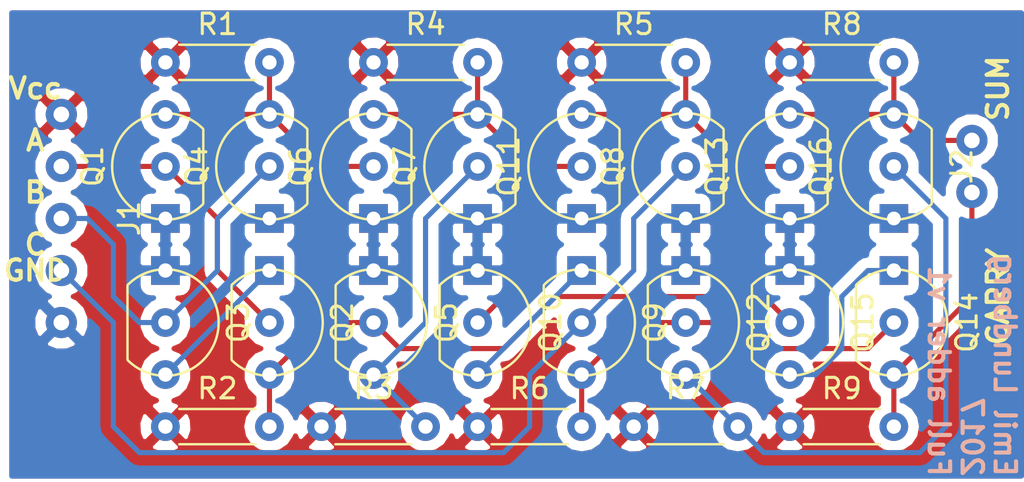
<source format=kicad_pcb>
(kicad_pcb (version 4) (host pcbnew 4.0.6)

  (general
    (links 56)
    (no_connects 0)
    (area 86.106191 66.729998 135.890001 90.565)
    (thickness 1.6)
    (drawings 8)
    (tracks 75)
    (zones 0)
    (modules 27)
    (nets 18)
  )

  (page A4)
  (layers
    (0 F.Cu signal)
    (31 B.Cu signal)
    (32 B.Adhes user)
    (33 F.Adhes user)
    (34 B.Paste user)
    (35 F.Paste user)
    (36 B.SilkS user)
    (37 F.SilkS user)
    (38 B.Mask user)
    (39 F.Mask user)
    (40 Dwgs.User user)
    (41 Cmts.User user)
    (42 Eco1.User user)
    (43 Eco2.User user)
    (44 Edge.Cuts user)
    (45 Margin user)
    (46 B.CrtYd user)
    (47 F.CrtYd user)
    (48 B.Fab user)
    (49 F.Fab user)
  )

  (setup
    (last_trace_width 0.25)
    (trace_clearance 0.2)
    (zone_clearance 0.508)
    (zone_45_only yes)
    (trace_min 0.2)
    (segment_width 0.2)
    (edge_width 0.15)
    (via_size 0.6)
    (via_drill 0.4)
    (via_min_size 0.4)
    (via_min_drill 0.3)
    (uvia_size 0.3)
    (uvia_drill 0.1)
    (uvias_allowed no)
    (uvia_min_size 0.2)
    (uvia_min_drill 0.1)
    (pcb_text_width 0.3)
    (pcb_text_size 1.5 1.5)
    (mod_edge_width 0.15)
    (mod_text_size 1 1)
    (mod_text_width 0.15)
    (pad_size 1.4 1.4)
    (pad_drill 0.67)
    (pad_to_mask_clearance 0.2)
    (aux_axis_origin 0 0)
    (visible_elements FFFFFF7F)
    (pcbplotparams
      (layerselection 0x00030_80000001)
      (usegerberextensions false)
      (excludeedgelayer true)
      (linewidth 0.100000)
      (plotframeref false)
      (viasonmask false)
      (mode 1)
      (useauxorigin false)
      (hpglpennumber 1)
      (hpglpenspeed 20)
      (hpglpendiameter 15)
      (hpglpenoverlay 2)
      (psnegative false)
      (psa4output false)
      (plotreference true)
      (plotvalue true)
      (plotinvisibletext false)
      (padsonsilk false)
      (subtractmaskfromsilk false)
      (outputformat 1)
      (mirror false)
      (drillshape 1)
      (scaleselection 1)
      (outputdirectory ""))
  )

  (net 0 "")
  (net 1 VCC)
  (net 2 /A)
  (net 3 /B)
  (net 4 /C)
  (net 5 /CnorDnorCandD)
  (net 6 /Carry)
  (net 7 /AnorB)
  (net 8 /AnandB)
  (net 9 "Net-(Q2-Pad1)")
  (net 10 /AandB)
  (net 11 /AnorBnorAandB)
  (net 12 /CnorD)
  (net 13 /CnandD)
  (net 14 "Net-(Q10-Pad3)")
  (net 15 /CandD)
  (net 16 "Net-(Q14-Pad1)")
  (net 17 /GND)

  (net_class Default "This is the default net class."
    (clearance 0.2)
    (trace_width 0.25)
    (via_dia 0.6)
    (via_drill 0.4)
    (uvia_dia 0.3)
    (uvia_drill 0.1)
    (add_net /A)
    (add_net /AandB)
    (add_net /AnandB)
    (add_net /AnorB)
    (add_net /AnorBnorAandB)
    (add_net /B)
    (add_net /C)
    (add_net /CandD)
    (add_net /Carry)
    (add_net /CnandD)
    (add_net /CnorD)
    (add_net /CnorDnorCandD)
    (add_net /GND)
    (add_net "Net-(Q10-Pad3)")
    (add_net "Net-(Q14-Pad1)")
    (add_net "Net-(Q2-Pad1)")
    (add_net VCC)
  )

  (module emlun:J5-5_pole_connector (layer F.Cu) (tedit 59B9AE49) (tstamp 59B9C090)
    (at 92.71 77.47 270)
    (path /59BA8FD2)
    (fp_text reference J1 (at 0 0.5 270) (layer F.SilkS)
      (effects (font (size 1 1) (thickness 0.15)))
    )
    (fp_text value J5-5_pole_connector (at 0 -0.5 270) (layer F.Fab)
      (effects (font (size 1 1) (thickness 0.15)))
    )
    (pad 1 thru_hole circle (at -5.08 3.81 270) (size 1.524 1.524) (drill 0.762) (layers *.Cu *.Mask)
      (net 1 VCC))
    (pad 2 thru_hole circle (at -2.54 3.81 270) (size 1.524 1.524) (drill 0.762) (layers *.Cu *.Mask)
      (net 2 /A))
    (pad 3 thru_hole circle (at 0 3.81 270) (size 1.524 1.524) (drill 0.762) (layers *.Cu *.Mask)
      (net 3 /B))
    (pad 4 thru_hole circle (at 2.54 3.81 270) (size 1.524 1.524) (drill 0.762) (layers *.Cu *.Mask)
      (net 4 /C))
    (pad 5 thru_hole circle (at 5.08 3.81 270) (size 1.524 1.524) (drill 0.762) (layers *.Cu *.Mask)
      (net 17 /GND))
  )

  (module emlun:J2-2_pole_connector (layer F.Cu) (tedit 59B9B8B6) (tstamp 59B9C096)
    (at 133.35 74.93 270)
    (path /59BA53D9)
    (fp_text reference J2 (at 0 0.5 270) (layer F.SilkS)
      (effects (font (size 1 1) (thickness 0.15)))
    )
    (fp_text value J2-2_pole_connector (at 0 -1.27 270) (layer F.Fab)
      (effects (font (size 1 1) (thickness 0.15)))
    )
    (pad 1 thru_hole circle (at -1.27 0 270) (size 1.524 1.524) (drill 0.762) (layers *.Cu *.Mask)
      (net 5 /CnorDnorCandD))
    (pad 2 thru_hole circle (at 1.27 0 270) (size 1.524 1.524) (drill 0.762) (layers *.Cu *.Mask)
      (net 6 /Carry))
  )

  (module electrokit:TO-92_Molded_Wide_Inline (layer F.Cu) (tedit 59BC5DD7) (tstamp 59B9C09D)
    (at 93.98 76.2 90)
    (descr "TO-92 leads molded, narrow, drill 0.6mm (see NXP sot054_po.pdf)")
    (tags "to-92 sc-43 sc-43a sot54 PA33 transistor")
    (path /59B9B09E)
    (fp_text reference Q1 (at 1.27 -3.56 90) (layer F.SilkS)
      (effects (font (size 1 1) (thickness 0.15)))
    )
    (fp_text value 2N7000 (at 1.27 2.79 90) (layer F.Fab)
      (effects (font (size 1 1) (thickness 0.15)))
    )
    (fp_text user %R (at 1.27 -3.56 90) (layer F.Fab)
      (effects (font (size 1 1) (thickness 0.15)))
    )
    (fp_line (start -0.53 1.85) (end 3.07 1.85) (layer F.SilkS) (width 0.12))
    (fp_line (start -0.5 1.75) (end 3 1.75) (layer F.Fab) (width 0.1))
    (fp_line (start -1.46 -2.73) (end 4 -2.73) (layer F.CrtYd) (width 0.05))
    (fp_line (start -1.46 -2.73) (end -1.46 2.01) (layer F.CrtYd) (width 0.05))
    (fp_line (start 4 2.01) (end 4 -2.73) (layer F.CrtYd) (width 0.05))
    (fp_line (start 4 2.01) (end -1.46 2.01) (layer F.CrtYd) (width 0.05))
    (fp_arc (start 1.27 0) (end 1.27 -2.48) (angle 135) (layer F.Fab) (width 0.1))
    (fp_arc (start 1.27 0) (end 1.27 -2.6) (angle -135) (layer F.SilkS) (width 0.12))
    (fp_arc (start 1.27 0) (end 1.27 -2.48) (angle -135) (layer F.Fab) (width 0.1))
    (fp_arc (start 1.27 0) (end 1.27 -2.6) (angle 135) (layer F.SilkS) (width 0.12))
    (pad 2 thru_hole circle (at 1.27 0 180) (size 1.4 1.4) (drill 0.7) (layers *.Cu *.Mask)
      (net 2 /A))
    (pad 3 thru_hole circle (at 3.81 0 180) (size 1.4 1.4) (drill 0.7) (layers *.Cu *.Mask)
      (net 7 /AnorB))
    (pad 1 thru_hole rect (at -1.27 0 180) (size 1.4 1.4) (drill 0.67) (layers *.Cu *.Mask)
      (net 17 /GND))
    (model ${KISYS3DMOD}/TO_SOT_Packages_THT.3dshapes/TO-92_Molded_Narrow.wrl
      (at (xyz 0.05 0 0))
      (scale (xyz 1 1 1))
      (rotate (xyz 0 0 -90))
    )
  )

  (module electrokit:TO-92_Molded_Wide_Inline (layer F.Cu) (tedit 59B9A8DA) (tstamp 59B9C0A4)
    (at 99.06 81.28 270)
    (descr "TO-92 leads molded, narrow, drill 0.6mm (see NXP sot054_po.pdf)")
    (tags "to-92 sc-43 sc-43a sot54 PA33 transistor")
    (path /59B9B177)
    (fp_text reference Q2 (at 1.27 -3.56 270) (layer F.SilkS)
      (effects (font (size 1 1) (thickness 0.15)))
    )
    (fp_text value 2N7000 (at 1.27 2.79 270) (layer F.Fab)
      (effects (font (size 1 1) (thickness 0.15)))
    )
    (fp_text user %R (at 1.27 -3.56 270) (layer F.Fab)
      (effects (font (size 1 1) (thickness 0.15)))
    )
    (fp_line (start -0.53 1.85) (end 3.07 1.85) (layer F.SilkS) (width 0.12))
    (fp_line (start -0.5 1.75) (end 3 1.75) (layer F.Fab) (width 0.1))
    (fp_line (start -1.46 -2.73) (end 4 -2.73) (layer F.CrtYd) (width 0.05))
    (fp_line (start -1.46 -2.73) (end -1.46 2.01) (layer F.CrtYd) (width 0.05))
    (fp_line (start 4 2.01) (end 4 -2.73) (layer F.CrtYd) (width 0.05))
    (fp_line (start 4 2.01) (end -1.46 2.01) (layer F.CrtYd) (width 0.05))
    (fp_arc (start 1.27 0) (end 1.27 -2.48) (angle 135) (layer F.Fab) (width 0.1))
    (fp_arc (start 1.27 0) (end 1.27 -2.6) (angle -135) (layer F.SilkS) (width 0.12))
    (fp_arc (start 1.27 0) (end 1.27 -2.48) (angle -135) (layer F.Fab) (width 0.1))
    (fp_arc (start 1.27 0) (end 1.27 -2.6) (angle 135) (layer F.SilkS) (width 0.12))
    (pad 2 thru_hole circle (at 1.27 0) (size 1.4 1.4) (drill 0.7) (layers *.Cu *.Mask)
      (net 2 /A))
    (pad 3 thru_hole circle (at 3.81 0) (size 1.4 1.4) (drill 0.7) (layers *.Cu *.Mask)
      (net 8 /AnandB))
    (pad 1 thru_hole rect (at -1.27 0) (size 1.4 1.4) (drill 0.7) (layers *.Cu *.Mask)
      (net 9 "Net-(Q2-Pad1)"))
    (model ${KISYS3DMOD}/TO_SOT_Packages_THT.3dshapes/TO-92_Molded_Narrow.wrl
      (at (xyz 0.05 0 0))
      (scale (xyz 1 1 1))
      (rotate (xyz 0 0 -90))
    )
  )

  (module electrokit:TO-92_Molded_Wide_Inline (layer F.Cu) (tedit 59BC5DC8) (tstamp 59B9C0AB)
    (at 93.98 81.28 270)
    (descr "TO-92 leads molded, narrow, drill 0.6mm (see NXP sot054_po.pdf)")
    (tags "to-92 sc-43 sc-43a sot54 PA33 transistor")
    (path /59B9B194)
    (fp_text reference Q3 (at 1.27 -3.56 270) (layer F.SilkS)
      (effects (font (size 1 1) (thickness 0.15)))
    )
    (fp_text value 2N7000 (at 1.27 2.79 270) (layer F.Fab)
      (effects (font (size 1 1) (thickness 0.15)))
    )
    (fp_text user %R (at 1.27 -3.56 270) (layer F.Fab)
      (effects (font (size 1 1) (thickness 0.15)))
    )
    (fp_line (start -0.53 1.85) (end 3.07 1.85) (layer F.SilkS) (width 0.12))
    (fp_line (start -0.5 1.75) (end 3 1.75) (layer F.Fab) (width 0.1))
    (fp_line (start -1.46 -2.73) (end 4 -2.73) (layer F.CrtYd) (width 0.05))
    (fp_line (start -1.46 -2.73) (end -1.46 2.01) (layer F.CrtYd) (width 0.05))
    (fp_line (start 4 2.01) (end 4 -2.73) (layer F.CrtYd) (width 0.05))
    (fp_line (start 4 2.01) (end -1.46 2.01) (layer F.CrtYd) (width 0.05))
    (fp_arc (start 1.27 0) (end 1.27 -2.48) (angle 135) (layer F.Fab) (width 0.1))
    (fp_arc (start 1.27 0) (end 1.27 -2.6) (angle -135) (layer F.SilkS) (width 0.12))
    (fp_arc (start 1.27 0) (end 1.27 -2.48) (angle -135) (layer F.Fab) (width 0.1))
    (fp_arc (start 1.27 0) (end 1.27 -2.6) (angle 135) (layer F.SilkS) (width 0.12))
    (pad 2 thru_hole circle (at 1.27 0) (size 1.4 1.4) (drill 0.7) (layers *.Cu *.Mask)
      (net 3 /B))
    (pad 3 thru_hole circle (at 3.81 0) (size 1.4 1.4) (drill 0.7) (layers *.Cu *.Mask)
      (net 9 "Net-(Q2-Pad1)"))
    (pad 1 thru_hole rect (at -1.27 0) (size 1.4 1.4) (drill 0.7) (layers *.Cu *.Mask)
      (net 17 /GND))
    (model ${KISYS3DMOD}/TO_SOT_Packages_THT.3dshapes/TO-92_Molded_Narrow.wrl
      (at (xyz 0.05 0 0))
      (scale (xyz 1 1 1))
      (rotate (xyz 0 0 -90))
    )
  )

  (module electrokit:TO-92_Molded_Wide_Inline (layer F.Cu) (tedit 59B9A8DA) (tstamp 59B9C0B2)
    (at 99.06 76.2 90)
    (descr "TO-92 leads molded, narrow, drill 0.6mm (see NXP sot054_po.pdf)")
    (tags "to-92 sc-43 sc-43a sot54 PA33 transistor")
    (path /59B9B1BD)
    (fp_text reference Q4 (at 1.27 -3.56 90) (layer F.SilkS)
      (effects (font (size 1 1) (thickness 0.15)))
    )
    (fp_text value 2N7000 (at 1.27 2.79 90) (layer F.Fab)
      (effects (font (size 1 1) (thickness 0.15)))
    )
    (fp_text user %R (at 1.27 -3.56 90) (layer F.Fab)
      (effects (font (size 1 1) (thickness 0.15)))
    )
    (fp_line (start -0.53 1.85) (end 3.07 1.85) (layer F.SilkS) (width 0.12))
    (fp_line (start -0.5 1.75) (end 3 1.75) (layer F.Fab) (width 0.1))
    (fp_line (start -1.46 -2.73) (end 4 -2.73) (layer F.CrtYd) (width 0.05))
    (fp_line (start -1.46 -2.73) (end -1.46 2.01) (layer F.CrtYd) (width 0.05))
    (fp_line (start 4 2.01) (end 4 -2.73) (layer F.CrtYd) (width 0.05))
    (fp_line (start 4 2.01) (end -1.46 2.01) (layer F.CrtYd) (width 0.05))
    (fp_arc (start 1.27 0) (end 1.27 -2.48) (angle 135) (layer F.Fab) (width 0.1))
    (fp_arc (start 1.27 0) (end 1.27 -2.6) (angle -135) (layer F.SilkS) (width 0.12))
    (fp_arc (start 1.27 0) (end 1.27 -2.48) (angle -135) (layer F.Fab) (width 0.1))
    (fp_arc (start 1.27 0) (end 1.27 -2.6) (angle 135) (layer F.SilkS) (width 0.12))
    (pad 2 thru_hole circle (at 1.27 0 180) (size 1.4 1.4) (drill 0.7) (layers *.Cu *.Mask)
      (net 3 /B))
    (pad 3 thru_hole circle (at 3.81 0 180) (size 1.4 1.4) (drill 0.7) (layers *.Cu *.Mask)
      (net 7 /AnorB))
    (pad 1 thru_hole rect (at -1.27 0 180) (size 1.4 1.4) (drill 0.67) (layers *.Cu *.Mask)
      (net 17 /GND))
    (model ${KISYS3DMOD}/TO_SOT_Packages_THT.3dshapes/TO-92_Molded_Narrow.wrl
      (at (xyz 0.05 0 0))
      (scale (xyz 1 1 1))
      (rotate (xyz 0 0 -90))
    )
  )

  (module electrokit:TO-92_Molded_Wide_Inline (layer F.Cu) (tedit 59B9A8DA) (tstamp 59B9C0B9)
    (at 104.14 81.28 270)
    (descr "TO-92 leads molded, narrow, drill 0.6mm (see NXP sot054_po.pdf)")
    (tags "to-92 sc-43 sc-43a sot54 PA33 transistor")
    (path /59B9B1E6)
    (fp_text reference Q5 (at 1.27 -3.56 270) (layer F.SilkS)
      (effects (font (size 1 1) (thickness 0.15)))
    )
    (fp_text value 2N7000 (at 1.27 2.79 270) (layer F.Fab)
      (effects (font (size 1 1) (thickness 0.15)))
    )
    (fp_text user %R (at 1.27 -3.56 270) (layer F.Fab)
      (effects (font (size 1 1) (thickness 0.15)))
    )
    (fp_line (start -0.53 1.85) (end 3.07 1.85) (layer F.SilkS) (width 0.12))
    (fp_line (start -0.5 1.75) (end 3 1.75) (layer F.Fab) (width 0.1))
    (fp_line (start -1.46 -2.73) (end 4 -2.73) (layer F.CrtYd) (width 0.05))
    (fp_line (start -1.46 -2.73) (end -1.46 2.01) (layer F.CrtYd) (width 0.05))
    (fp_line (start 4 2.01) (end 4 -2.73) (layer F.CrtYd) (width 0.05))
    (fp_line (start 4 2.01) (end -1.46 2.01) (layer F.CrtYd) (width 0.05))
    (fp_arc (start 1.27 0) (end 1.27 -2.48) (angle 135) (layer F.Fab) (width 0.1))
    (fp_arc (start 1.27 0) (end 1.27 -2.6) (angle -135) (layer F.SilkS) (width 0.12))
    (fp_arc (start 1.27 0) (end 1.27 -2.48) (angle -135) (layer F.Fab) (width 0.1))
    (fp_arc (start 1.27 0) (end 1.27 -2.6) (angle 135) (layer F.SilkS) (width 0.12))
    (pad 2 thru_hole circle (at 1.27 0) (size 1.4 1.4) (drill 0.7) (layers *.Cu *.Mask)
      (net 8 /AnandB))
    (pad 3 thru_hole circle (at 3.81 0) (size 1.4 1.4) (drill 0.7) (layers *.Cu *.Mask)
      (net 10 /AandB))
    (pad 1 thru_hole rect (at -1.27 0) (size 1.4 1.4) (drill 0.7) (layers *.Cu *.Mask)
      (net 17 /GND))
    (model ${KISYS3DMOD}/TO_SOT_Packages_THT.3dshapes/TO-92_Molded_Narrow.wrl
      (at (xyz 0.05 0 0))
      (scale (xyz 1 1 1))
      (rotate (xyz 0 0 -90))
    )
  )

  (module electrokit:TO-92_Molded_Wide_Inline (layer F.Cu) (tedit 59B9A8DA) (tstamp 59B9C0C0)
    (at 104.14 76.2 90)
    (descr "TO-92 leads molded, narrow, drill 0.6mm (see NXP sot054_po.pdf)")
    (tags "to-92 sc-43 sc-43a sot54 PA33 transistor")
    (path /59BA1158)
    (fp_text reference Q6 (at 1.27 -3.56 90) (layer F.SilkS)
      (effects (font (size 1 1) (thickness 0.15)))
    )
    (fp_text value 2N7000 (at 1.27 2.79 90) (layer F.Fab)
      (effects (font (size 1 1) (thickness 0.15)))
    )
    (fp_text user %R (at 1.27 -3.56 90) (layer F.Fab)
      (effects (font (size 1 1) (thickness 0.15)))
    )
    (fp_line (start -0.53 1.85) (end 3.07 1.85) (layer F.SilkS) (width 0.12))
    (fp_line (start -0.5 1.75) (end 3 1.75) (layer F.Fab) (width 0.1))
    (fp_line (start -1.46 -2.73) (end 4 -2.73) (layer F.CrtYd) (width 0.05))
    (fp_line (start -1.46 -2.73) (end -1.46 2.01) (layer F.CrtYd) (width 0.05))
    (fp_line (start 4 2.01) (end 4 -2.73) (layer F.CrtYd) (width 0.05))
    (fp_line (start 4 2.01) (end -1.46 2.01) (layer F.CrtYd) (width 0.05))
    (fp_arc (start 1.27 0) (end 1.27 -2.48) (angle 135) (layer F.Fab) (width 0.1))
    (fp_arc (start 1.27 0) (end 1.27 -2.6) (angle -135) (layer F.SilkS) (width 0.12))
    (fp_arc (start 1.27 0) (end 1.27 -2.48) (angle -135) (layer F.Fab) (width 0.1))
    (fp_arc (start 1.27 0) (end 1.27 -2.6) (angle 135) (layer F.SilkS) (width 0.12))
    (pad 2 thru_hole circle (at 1.27 0 180) (size 1.4 1.4) (drill 0.7) (layers *.Cu *.Mask)
      (net 7 /AnorB))
    (pad 3 thru_hole circle (at 3.81 0 180) (size 1.4 1.4) (drill 0.7) (layers *.Cu *.Mask)
      (net 11 /AnorBnorAandB))
    (pad 1 thru_hole rect (at -1.27 0 180) (size 1.4 1.4) (drill 0.67) (layers *.Cu *.Mask)
      (net 17 /GND))
    (model ${KISYS3DMOD}/TO_SOT_Packages_THT.3dshapes/TO-92_Molded_Narrow.wrl
      (at (xyz 0.05 0 0))
      (scale (xyz 1 1 1))
      (rotate (xyz 0 0 -90))
    )
  )

  (module electrokit:TO-92_Molded_Wide_Inline (layer F.Cu) (tedit 59B9A8DA) (tstamp 59B9C0C7)
    (at 109.22 76.2 90)
    (descr "TO-92 leads molded, narrow, drill 0.6mm (see NXP sot054_po.pdf)")
    (tags "to-92 sc-43 sc-43a sot54 PA33 transistor")
    (path /59BA115F)
    (fp_text reference Q7 (at 1.27 -3.56 90) (layer F.SilkS)
      (effects (font (size 1 1) (thickness 0.15)))
    )
    (fp_text value 2N7000 (at 1.27 2.79 90) (layer F.Fab)
      (effects (font (size 1 1) (thickness 0.15)))
    )
    (fp_text user %R (at 1.27 -3.56 90) (layer F.Fab)
      (effects (font (size 1 1) (thickness 0.15)))
    )
    (fp_line (start -0.53 1.85) (end 3.07 1.85) (layer F.SilkS) (width 0.12))
    (fp_line (start -0.5 1.75) (end 3 1.75) (layer F.Fab) (width 0.1))
    (fp_line (start -1.46 -2.73) (end 4 -2.73) (layer F.CrtYd) (width 0.05))
    (fp_line (start -1.46 -2.73) (end -1.46 2.01) (layer F.CrtYd) (width 0.05))
    (fp_line (start 4 2.01) (end 4 -2.73) (layer F.CrtYd) (width 0.05))
    (fp_line (start 4 2.01) (end -1.46 2.01) (layer F.CrtYd) (width 0.05))
    (fp_arc (start 1.27 0) (end 1.27 -2.48) (angle 135) (layer F.Fab) (width 0.1))
    (fp_arc (start 1.27 0) (end 1.27 -2.6) (angle -135) (layer F.SilkS) (width 0.12))
    (fp_arc (start 1.27 0) (end 1.27 -2.48) (angle -135) (layer F.Fab) (width 0.1))
    (fp_arc (start 1.27 0) (end 1.27 -2.6) (angle 135) (layer F.SilkS) (width 0.12))
    (pad 2 thru_hole circle (at 1.27 0 180) (size 1.4 1.4) (drill 0.7) (layers *.Cu *.Mask)
      (net 10 /AandB))
    (pad 3 thru_hole circle (at 3.81 0 180) (size 1.4 1.4) (drill 0.7) (layers *.Cu *.Mask)
      (net 11 /AnorBnorAandB))
    (pad 1 thru_hole rect (at -1.27 0 180) (size 1.4 1.4) (drill 0.67) (layers *.Cu *.Mask)
      (net 17 /GND))
    (model ${KISYS3DMOD}/TO_SOT_Packages_THT.3dshapes/TO-92_Molded_Narrow.wrl
      (at (xyz 0.05 0 0))
      (scale (xyz 1 1 1))
      (rotate (xyz 0 0 -90))
    )
  )

  (module electrokit:TO-92_Molded_Wide_Inline (layer F.Cu) (tedit 59B9A8DA) (tstamp 59B9C0CE)
    (at 119.38 76.2 90)
    (descr "TO-92 leads molded, narrow, drill 0.6mm (see NXP sot054_po.pdf)")
    (tags "to-92 sc-43 sc-43a sot54 PA33 transistor")
    (path /59BA1EDE)
    (fp_text reference Q8 (at 1.27 -3.56 90) (layer F.SilkS)
      (effects (font (size 1 1) (thickness 0.15)))
    )
    (fp_text value 2N7000 (at 1.27 2.79 90) (layer F.Fab)
      (effects (font (size 1 1) (thickness 0.15)))
    )
    (fp_text user %R (at 1.27 -3.56 90) (layer F.Fab)
      (effects (font (size 1 1) (thickness 0.15)))
    )
    (fp_line (start -0.53 1.85) (end 3.07 1.85) (layer F.SilkS) (width 0.12))
    (fp_line (start -0.5 1.75) (end 3 1.75) (layer F.Fab) (width 0.1))
    (fp_line (start -1.46 -2.73) (end 4 -2.73) (layer F.CrtYd) (width 0.05))
    (fp_line (start -1.46 -2.73) (end -1.46 2.01) (layer F.CrtYd) (width 0.05))
    (fp_line (start 4 2.01) (end 4 -2.73) (layer F.CrtYd) (width 0.05))
    (fp_line (start 4 2.01) (end -1.46 2.01) (layer F.CrtYd) (width 0.05))
    (fp_arc (start 1.27 0) (end 1.27 -2.48) (angle 135) (layer F.Fab) (width 0.1))
    (fp_arc (start 1.27 0) (end 1.27 -2.6) (angle -135) (layer F.SilkS) (width 0.12))
    (fp_arc (start 1.27 0) (end 1.27 -2.48) (angle -135) (layer F.Fab) (width 0.1))
    (fp_arc (start 1.27 0) (end 1.27 -2.6) (angle 135) (layer F.SilkS) (width 0.12))
    (pad 2 thru_hole circle (at 1.27 0 180) (size 1.4 1.4) (drill 0.7) (layers *.Cu *.Mask)
      (net 4 /C))
    (pad 3 thru_hole circle (at 3.81 0 180) (size 1.4 1.4) (drill 0.7) (layers *.Cu *.Mask)
      (net 12 /CnorD))
    (pad 1 thru_hole rect (at -1.27 0 180) (size 1.4 1.4) (drill 0.67) (layers *.Cu *.Mask)
      (net 17 /GND))
    (model ${KISYS3DMOD}/TO_SOT_Packages_THT.3dshapes/TO-92_Molded_Narrow.wrl
      (at (xyz 0.05 0 0))
      (scale (xyz 1 1 1))
      (rotate (xyz 0 0 -90))
    )
  )

  (module electrokit:TO-92_Molded_Wide_Inline (layer F.Cu) (tedit 59B9A8DA) (tstamp 59B9C0D5)
    (at 114.3 81.28 270)
    (descr "TO-92 leads molded, narrow, drill 0.6mm (see NXP sot054_po.pdf)")
    (tags "to-92 sc-43 sc-43a sot54 PA33 transistor")
    (path /59BA2EAE)
    (fp_text reference Q9 (at 1.27 -3.56 270) (layer F.SilkS)
      (effects (font (size 1 1) (thickness 0.15)))
    )
    (fp_text value 2N7000 (at 1.27 2.79 270) (layer F.Fab)
      (effects (font (size 1 1) (thickness 0.15)))
    )
    (fp_text user %R (at 1.27 -3.56 270) (layer F.Fab)
      (effects (font (size 1 1) (thickness 0.15)))
    )
    (fp_line (start -0.53 1.85) (end 3.07 1.85) (layer F.SilkS) (width 0.12))
    (fp_line (start -0.5 1.75) (end 3 1.75) (layer F.Fab) (width 0.1))
    (fp_line (start -1.46 -2.73) (end 4 -2.73) (layer F.CrtYd) (width 0.05))
    (fp_line (start -1.46 -2.73) (end -1.46 2.01) (layer F.CrtYd) (width 0.05))
    (fp_line (start 4 2.01) (end 4 -2.73) (layer F.CrtYd) (width 0.05))
    (fp_line (start 4 2.01) (end -1.46 2.01) (layer F.CrtYd) (width 0.05))
    (fp_arc (start 1.27 0) (end 1.27 -2.48) (angle 135) (layer F.Fab) (width 0.1))
    (fp_arc (start 1.27 0) (end 1.27 -2.6) (angle -135) (layer F.SilkS) (width 0.12))
    (fp_arc (start 1.27 0) (end 1.27 -2.48) (angle -135) (layer F.Fab) (width 0.1))
    (fp_arc (start 1.27 0) (end 1.27 -2.6) (angle 135) (layer F.SilkS) (width 0.12))
    (pad 2 thru_hole circle (at 1.27 0) (size 1.4 1.4) (drill 0.7) (layers *.Cu *.Mask)
      (net 4 /C))
    (pad 3 thru_hole circle (at 3.81 0) (size 1.4 1.4) (drill 0.7) (layers *.Cu *.Mask)
      (net 13 /CnandD))
    (pad 1 thru_hole rect (at -1.27 0) (size 1.4 1.4) (drill 0.7) (layers *.Cu *.Mask)
      (net 14 "Net-(Q10-Pad3)"))
    (model ${KISYS3DMOD}/TO_SOT_Packages_THT.3dshapes/TO-92_Molded_Narrow.wrl
      (at (xyz 0.05 0 0))
      (scale (xyz 1 1 1))
      (rotate (xyz 0 0 -90))
    )
  )

  (module electrokit:TO-92_Molded_Wide_Inline (layer F.Cu) (tedit 59B9A8DA) (tstamp 59B9C0DC)
    (at 109.22 81.28 270)
    (descr "TO-92 leads molded, narrow, drill 0.6mm (see NXP sot054_po.pdf)")
    (tags "to-92 sc-43 sc-43a sot54 PA33 transistor")
    (path /59BA2EB5)
    (fp_text reference Q10 (at 1.27 -3.56 270) (layer F.SilkS)
      (effects (font (size 1 1) (thickness 0.15)))
    )
    (fp_text value 2N7000 (at 1.27 2.79 270) (layer F.Fab)
      (effects (font (size 1 1) (thickness 0.15)))
    )
    (fp_text user %R (at 1.27 -3.56 270) (layer F.Fab)
      (effects (font (size 1 1) (thickness 0.15)))
    )
    (fp_line (start -0.53 1.85) (end 3.07 1.85) (layer F.SilkS) (width 0.12))
    (fp_line (start -0.5 1.75) (end 3 1.75) (layer F.Fab) (width 0.1))
    (fp_line (start -1.46 -2.73) (end 4 -2.73) (layer F.CrtYd) (width 0.05))
    (fp_line (start -1.46 -2.73) (end -1.46 2.01) (layer F.CrtYd) (width 0.05))
    (fp_line (start 4 2.01) (end 4 -2.73) (layer F.CrtYd) (width 0.05))
    (fp_line (start 4 2.01) (end -1.46 2.01) (layer F.CrtYd) (width 0.05))
    (fp_arc (start 1.27 0) (end 1.27 -2.48) (angle 135) (layer F.Fab) (width 0.1))
    (fp_arc (start 1.27 0) (end 1.27 -2.6) (angle -135) (layer F.SilkS) (width 0.12))
    (fp_arc (start 1.27 0) (end 1.27 -2.48) (angle -135) (layer F.Fab) (width 0.1))
    (fp_arc (start 1.27 0) (end 1.27 -2.6) (angle 135) (layer F.SilkS) (width 0.12))
    (pad 2 thru_hole circle (at 1.27 0) (size 1.4 1.4) (drill 0.7) (layers *.Cu *.Mask)
      (net 11 /AnorBnorAandB))
    (pad 3 thru_hole circle (at 3.81 0) (size 1.4 1.4) (drill 0.7) (layers *.Cu *.Mask)
      (net 14 "Net-(Q10-Pad3)"))
    (pad 1 thru_hole rect (at -1.27 0) (size 1.4 1.4) (drill 0.7) (layers *.Cu *.Mask)
      (net 17 /GND))
    (model ${KISYS3DMOD}/TO_SOT_Packages_THT.3dshapes/TO-92_Molded_Narrow.wrl
      (at (xyz 0.05 0 0))
      (scale (xyz 1 1 1))
      (rotate (xyz 0 0 -90))
    )
  )

  (module electrokit:TO-92_Molded_Wide_Inline (layer F.Cu) (tedit 59B9A8DA) (tstamp 59B9C0E3)
    (at 114.3 76.2 90)
    (descr "TO-92 leads molded, narrow, drill 0.6mm (see NXP sot054_po.pdf)")
    (tags "to-92 sc-43 sc-43a sot54 PA33 transistor")
    (path /59BA1EE5)
    (fp_text reference Q11 (at 1.27 -3.56 90) (layer F.SilkS)
      (effects (font (size 1 1) (thickness 0.15)))
    )
    (fp_text value 2N7000 (at 1.27 2.79 90) (layer F.Fab)
      (effects (font (size 1 1) (thickness 0.15)))
    )
    (fp_text user %R (at 1.27 -3.56 90) (layer F.Fab)
      (effects (font (size 1 1) (thickness 0.15)))
    )
    (fp_line (start -0.53 1.85) (end 3.07 1.85) (layer F.SilkS) (width 0.12))
    (fp_line (start -0.5 1.75) (end 3 1.75) (layer F.Fab) (width 0.1))
    (fp_line (start -1.46 -2.73) (end 4 -2.73) (layer F.CrtYd) (width 0.05))
    (fp_line (start -1.46 -2.73) (end -1.46 2.01) (layer F.CrtYd) (width 0.05))
    (fp_line (start 4 2.01) (end 4 -2.73) (layer F.CrtYd) (width 0.05))
    (fp_line (start 4 2.01) (end -1.46 2.01) (layer F.CrtYd) (width 0.05))
    (fp_arc (start 1.27 0) (end 1.27 -2.48) (angle 135) (layer F.Fab) (width 0.1))
    (fp_arc (start 1.27 0) (end 1.27 -2.6) (angle -135) (layer F.SilkS) (width 0.12))
    (fp_arc (start 1.27 0) (end 1.27 -2.48) (angle -135) (layer F.Fab) (width 0.1))
    (fp_arc (start 1.27 0) (end 1.27 -2.6) (angle 135) (layer F.SilkS) (width 0.12))
    (pad 2 thru_hole circle (at 1.27 0 180) (size 1.4 1.4) (drill 0.7) (layers *.Cu *.Mask)
      (net 11 /AnorBnorAandB))
    (pad 3 thru_hole circle (at 3.81 0 180) (size 1.4 1.4) (drill 0.7) (layers *.Cu *.Mask)
      (net 12 /CnorD))
    (pad 1 thru_hole rect (at -1.27 0 180) (size 1.4 1.4) (drill 0.67) (layers *.Cu *.Mask)
      (net 17 /GND))
    (model ${KISYS3DMOD}/TO_SOT_Packages_THT.3dshapes/TO-92_Molded_Narrow.wrl
      (at (xyz 0.05 0 0))
      (scale (xyz 1 1 1))
      (rotate (xyz 0 0 -90))
    )
  )

  (module electrokit:TO-92_Molded_Wide_Inline (layer F.Cu) (tedit 59B9A8DA) (tstamp 59B9C0EA)
    (at 119.38 81.28 270)
    (descr "TO-92 leads molded, narrow, drill 0.6mm (see NXP sot054_po.pdf)")
    (tags "to-92 sc-43 sc-43a sot54 PA33 transistor")
    (path /59BA2EBC)
    (fp_text reference Q12 (at 1.27 -3.56 270) (layer F.SilkS)
      (effects (font (size 1 1) (thickness 0.15)))
    )
    (fp_text value 2N7000 (at 1.27 2.79 270) (layer F.Fab)
      (effects (font (size 1 1) (thickness 0.15)))
    )
    (fp_text user %R (at 1.27 -3.56 270) (layer F.Fab)
      (effects (font (size 1 1) (thickness 0.15)))
    )
    (fp_line (start -0.53 1.85) (end 3.07 1.85) (layer F.SilkS) (width 0.12))
    (fp_line (start -0.5 1.75) (end 3 1.75) (layer F.Fab) (width 0.1))
    (fp_line (start -1.46 -2.73) (end 4 -2.73) (layer F.CrtYd) (width 0.05))
    (fp_line (start -1.46 -2.73) (end -1.46 2.01) (layer F.CrtYd) (width 0.05))
    (fp_line (start 4 2.01) (end 4 -2.73) (layer F.CrtYd) (width 0.05))
    (fp_line (start 4 2.01) (end -1.46 2.01) (layer F.CrtYd) (width 0.05))
    (fp_arc (start 1.27 0) (end 1.27 -2.48) (angle 135) (layer F.Fab) (width 0.1))
    (fp_arc (start 1.27 0) (end 1.27 -2.6) (angle -135) (layer F.SilkS) (width 0.12))
    (fp_arc (start 1.27 0) (end 1.27 -2.48) (angle -135) (layer F.Fab) (width 0.1))
    (fp_arc (start 1.27 0) (end 1.27 -2.6) (angle 135) (layer F.SilkS) (width 0.12))
    (pad 2 thru_hole circle (at 1.27 0) (size 1.4 1.4) (drill 0.7) (layers *.Cu *.Mask)
      (net 13 /CnandD))
    (pad 3 thru_hole circle (at 3.81 0) (size 1.4 1.4) (drill 0.7) (layers *.Cu *.Mask)
      (net 15 /CandD))
    (pad 1 thru_hole rect (at -1.27 0) (size 1.4 1.4) (drill 0.7) (layers *.Cu *.Mask)
      (net 17 /GND))
    (model ${KISYS3DMOD}/TO_SOT_Packages_THT.3dshapes/TO-92_Molded_Narrow.wrl
      (at (xyz 0.05 0 0))
      (scale (xyz 1 1 1))
      (rotate (xyz 0 0 -90))
    )
  )

  (module electrokit:TO-92_Molded_Wide_Inline (layer F.Cu) (tedit 59B9A8DA) (tstamp 59B9C0F1)
    (at 124.46 76.2 90)
    (descr "TO-92 leads molded, narrow, drill 0.6mm (see NXP sot054_po.pdf)")
    (tags "to-92 sc-43 sc-43a sot54 PA33 transistor")
    (path /59BA32C0)
    (fp_text reference Q13 (at 1.27 -3.56 90) (layer F.SilkS)
      (effects (font (size 1 1) (thickness 0.15)))
    )
    (fp_text value 2N7000 (at 1.27 2.79 90) (layer F.Fab)
      (effects (font (size 1 1) (thickness 0.15)))
    )
    (fp_text user %R (at 1.27 -3.56 90) (layer F.Fab)
      (effects (font (size 1 1) (thickness 0.15)))
    )
    (fp_line (start -0.53 1.85) (end 3.07 1.85) (layer F.SilkS) (width 0.12))
    (fp_line (start -0.5 1.75) (end 3 1.75) (layer F.Fab) (width 0.1))
    (fp_line (start -1.46 -2.73) (end 4 -2.73) (layer F.CrtYd) (width 0.05))
    (fp_line (start -1.46 -2.73) (end -1.46 2.01) (layer F.CrtYd) (width 0.05))
    (fp_line (start 4 2.01) (end 4 -2.73) (layer F.CrtYd) (width 0.05))
    (fp_line (start 4 2.01) (end -1.46 2.01) (layer F.CrtYd) (width 0.05))
    (fp_arc (start 1.27 0) (end 1.27 -2.48) (angle 135) (layer F.Fab) (width 0.1))
    (fp_arc (start 1.27 0) (end 1.27 -2.6) (angle -135) (layer F.SilkS) (width 0.12))
    (fp_arc (start 1.27 0) (end 1.27 -2.48) (angle -135) (layer F.Fab) (width 0.1))
    (fp_arc (start 1.27 0) (end 1.27 -2.6) (angle 135) (layer F.SilkS) (width 0.12))
    (pad 2 thru_hole circle (at 1.27 0 180) (size 1.4 1.4) (drill 0.7) (layers *.Cu *.Mask)
      (net 12 /CnorD))
    (pad 3 thru_hole circle (at 3.81 0 180) (size 1.4 1.4) (drill 0.7) (layers *.Cu *.Mask)
      (net 5 /CnorDnorCandD))
    (pad 1 thru_hole rect (at -1.27 0 180) (size 1.4 1.4) (drill 0.67) (layers *.Cu *.Mask)
      (net 17 /GND))
    (model ${KISYS3DMOD}/TO_SOT_Packages_THT.3dshapes/TO-92_Molded_Narrow.wrl
      (at (xyz 0.05 0 0))
      (scale (xyz 1 1 1))
      (rotate (xyz 0 0 -90))
    )
  )

  (module electrokit:TO-92_Molded_Wide_Inline (layer F.Cu) (tedit 59B9A8DA) (tstamp 59B9C0F8)
    (at 129.54 81.28 270)
    (descr "TO-92 leads molded, narrow, drill 0.6mm (see NXP sot054_po.pdf)")
    (tags "to-92 sc-43 sc-43a sot54 PA33 transistor")
    (path /59BA4689)
    (fp_text reference Q14 (at 1.27 -3.56 270) (layer F.SilkS)
      (effects (font (size 1 1) (thickness 0.15)))
    )
    (fp_text value 2N7000 (at 1.27 2.79 270) (layer F.Fab)
      (effects (font (size 1 1) (thickness 0.15)))
    )
    (fp_text user %R (at 1.27 -3.56 270) (layer F.Fab)
      (effects (font (size 1 1) (thickness 0.15)))
    )
    (fp_line (start -0.53 1.85) (end 3.07 1.85) (layer F.SilkS) (width 0.12))
    (fp_line (start -0.5 1.75) (end 3 1.75) (layer F.Fab) (width 0.1))
    (fp_line (start -1.46 -2.73) (end 4 -2.73) (layer F.CrtYd) (width 0.05))
    (fp_line (start -1.46 -2.73) (end -1.46 2.01) (layer F.CrtYd) (width 0.05))
    (fp_line (start 4 2.01) (end 4 -2.73) (layer F.CrtYd) (width 0.05))
    (fp_line (start 4 2.01) (end -1.46 2.01) (layer F.CrtYd) (width 0.05))
    (fp_arc (start 1.27 0) (end 1.27 -2.48) (angle 135) (layer F.Fab) (width 0.1))
    (fp_arc (start 1.27 0) (end 1.27 -2.6) (angle -135) (layer F.SilkS) (width 0.12))
    (fp_arc (start 1.27 0) (end 1.27 -2.48) (angle -135) (layer F.Fab) (width 0.1))
    (fp_arc (start 1.27 0) (end 1.27 -2.6) (angle 135) (layer F.SilkS) (width 0.12))
    (pad 2 thru_hole circle (at 1.27 0) (size 1.4 1.4) (drill 0.7) (layers *.Cu *.Mask)
      (net 13 /CnandD))
    (pad 3 thru_hole circle (at 3.81 0) (size 1.4 1.4) (drill 0.7) (layers *.Cu *.Mask)
      (net 6 /Carry))
    (pad 1 thru_hole rect (at -1.27 0) (size 1.4 1.4) (drill 0.7) (layers *.Cu *.Mask)
      (net 16 "Net-(Q14-Pad1)"))
    (model ${KISYS3DMOD}/TO_SOT_Packages_THT.3dshapes/TO-92_Molded_Narrow.wrl
      (at (xyz 0.05 0 0))
      (scale (xyz 1 1 1))
      (rotate (xyz 0 0 -90))
    )
  )

  (module electrokit:TO-92_Molded_Wide_Inline (layer F.Cu) (tedit 59B9A8DA) (tstamp 59B9C0FF)
    (at 124.46 81.28 270)
    (descr "TO-92 leads molded, narrow, drill 0.6mm (see NXP sot054_po.pdf)")
    (tags "to-92 sc-43 sc-43a sot54 PA33 transistor")
    (path /59BA4690)
    (fp_text reference Q15 (at 1.27 -3.56 270) (layer F.SilkS)
      (effects (font (size 1 1) (thickness 0.15)))
    )
    (fp_text value 2N7000 (at 1.27 2.79 270) (layer F.Fab)
      (effects (font (size 1 1) (thickness 0.15)))
    )
    (fp_text user %R (at 1.27 -3.56 270) (layer F.Fab)
      (effects (font (size 1 1) (thickness 0.15)))
    )
    (fp_line (start -0.53 1.85) (end 3.07 1.85) (layer F.SilkS) (width 0.12))
    (fp_line (start -0.5 1.75) (end 3 1.75) (layer F.Fab) (width 0.1))
    (fp_line (start -1.46 -2.73) (end 4 -2.73) (layer F.CrtYd) (width 0.05))
    (fp_line (start -1.46 -2.73) (end -1.46 2.01) (layer F.CrtYd) (width 0.05))
    (fp_line (start 4 2.01) (end 4 -2.73) (layer F.CrtYd) (width 0.05))
    (fp_line (start 4 2.01) (end -1.46 2.01) (layer F.CrtYd) (width 0.05))
    (fp_arc (start 1.27 0) (end 1.27 -2.48) (angle 135) (layer F.Fab) (width 0.1))
    (fp_arc (start 1.27 0) (end 1.27 -2.6) (angle -135) (layer F.SilkS) (width 0.12))
    (fp_arc (start 1.27 0) (end 1.27 -2.48) (angle -135) (layer F.Fab) (width 0.1))
    (fp_arc (start 1.27 0) (end 1.27 -2.6) (angle 135) (layer F.SilkS) (width 0.12))
    (pad 2 thru_hole circle (at 1.27 0) (size 1.4 1.4) (drill 0.7) (layers *.Cu *.Mask)
      (net 8 /AnandB))
    (pad 3 thru_hole circle (at 3.81 0) (size 1.4 1.4) (drill 0.7) (layers *.Cu *.Mask)
      (net 16 "Net-(Q14-Pad1)"))
    (pad 1 thru_hole rect (at -1.27 0) (size 1.4 1.4) (drill 0.7) (layers *.Cu *.Mask)
      (net 17 /GND))
    (model ${KISYS3DMOD}/TO_SOT_Packages_THT.3dshapes/TO-92_Molded_Narrow.wrl
      (at (xyz 0.05 0 0))
      (scale (xyz 1 1 1))
      (rotate (xyz 0 0 -90))
    )
  )

  (module electrokit:TO-92_Molded_Wide_Inline (layer F.Cu) (tedit 59B9A8DA) (tstamp 59B9C106)
    (at 129.54 76.2 90)
    (descr "TO-92 leads molded, narrow, drill 0.6mm (see NXP sot054_po.pdf)")
    (tags "to-92 sc-43 sc-43a sot54 PA33 transistor")
    (path /59BA32C7)
    (fp_text reference Q16 (at 1.27 -3.56 90) (layer F.SilkS)
      (effects (font (size 1 1) (thickness 0.15)))
    )
    (fp_text value 2N7000 (at 1.27 2.79 90) (layer F.Fab)
      (effects (font (size 1 1) (thickness 0.15)))
    )
    (fp_text user %R (at 1.27 -3.56 90) (layer F.Fab)
      (effects (font (size 1 1) (thickness 0.15)))
    )
    (fp_line (start -0.53 1.85) (end 3.07 1.85) (layer F.SilkS) (width 0.12))
    (fp_line (start -0.5 1.75) (end 3 1.75) (layer F.Fab) (width 0.1))
    (fp_line (start -1.46 -2.73) (end 4 -2.73) (layer F.CrtYd) (width 0.05))
    (fp_line (start -1.46 -2.73) (end -1.46 2.01) (layer F.CrtYd) (width 0.05))
    (fp_line (start 4 2.01) (end 4 -2.73) (layer F.CrtYd) (width 0.05))
    (fp_line (start 4 2.01) (end -1.46 2.01) (layer F.CrtYd) (width 0.05))
    (fp_arc (start 1.27 0) (end 1.27 -2.48) (angle 135) (layer F.Fab) (width 0.1))
    (fp_arc (start 1.27 0) (end 1.27 -2.6) (angle -135) (layer F.SilkS) (width 0.12))
    (fp_arc (start 1.27 0) (end 1.27 -2.48) (angle -135) (layer F.Fab) (width 0.1))
    (fp_arc (start 1.27 0) (end 1.27 -2.6) (angle 135) (layer F.SilkS) (width 0.12))
    (pad 2 thru_hole circle (at 1.27 0 180) (size 1.4 1.4) (drill 0.7) (layers *.Cu *.Mask)
      (net 15 /CandD))
    (pad 3 thru_hole circle (at 3.81 0 180) (size 1.4 1.4) (drill 0.7) (layers *.Cu *.Mask)
      (net 5 /CnorDnorCandD))
    (pad 1 thru_hole rect (at -1.27 0 180) (size 1.4 1.4) (drill 0.67) (layers *.Cu *.Mask)
      (net 17 /GND))
    (model ${KISYS3DMOD}/TO_SOT_Packages_THT.3dshapes/TO-92_Molded_Narrow.wrl
      (at (xyz 0.05 0 0))
      (scale (xyz 1 1 1))
      (rotate (xyz 0 0 -90))
    )
  )

  (module Resistors_THT:R_Axial_DIN0204_L3.6mm_D1.6mm_P5.08mm_Horizontal (layer F.Cu) (tedit 5874F706) (tstamp 59B9C10C)
    (at 93.98 69.85)
    (descr "Resistor, Axial_DIN0204 series, Axial, Horizontal, pin pitch=5.08mm, 0.16666666666666666W = 1/6W, length*diameter=3.6*1.6mm^2, http://cdn-reichelt.de/documents/datenblatt/B400/1_4W%23YAG.pdf")
    (tags "Resistor Axial_DIN0204 series Axial Horizontal pin pitch 5.08mm 0.16666666666666666W = 1/6W length 3.6mm diameter 1.6mm")
    (path /59B9C4D6)
    (fp_text reference R1 (at 2.54 -1.86) (layer F.SilkS)
      (effects (font (size 1 1) (thickness 0.15)))
    )
    (fp_text value 1M (at 2.54 1.86) (layer F.Fab)
      (effects (font (size 1 1) (thickness 0.15)))
    )
    (fp_line (start 0.74 -0.8) (end 0.74 0.8) (layer F.Fab) (width 0.1))
    (fp_line (start 0.74 0.8) (end 4.34 0.8) (layer F.Fab) (width 0.1))
    (fp_line (start 4.34 0.8) (end 4.34 -0.8) (layer F.Fab) (width 0.1))
    (fp_line (start 4.34 -0.8) (end 0.74 -0.8) (layer F.Fab) (width 0.1))
    (fp_line (start 0 0) (end 0.74 0) (layer F.Fab) (width 0.1))
    (fp_line (start 5.08 0) (end 4.34 0) (layer F.Fab) (width 0.1))
    (fp_line (start 0.68 -0.86) (end 4.4 -0.86) (layer F.SilkS) (width 0.12))
    (fp_line (start 0.68 0.86) (end 4.4 0.86) (layer F.SilkS) (width 0.12))
    (fp_line (start -0.95 -1.15) (end -0.95 1.15) (layer F.CrtYd) (width 0.05))
    (fp_line (start -0.95 1.15) (end 6.05 1.15) (layer F.CrtYd) (width 0.05))
    (fp_line (start 6.05 1.15) (end 6.05 -1.15) (layer F.CrtYd) (width 0.05))
    (fp_line (start 6.05 -1.15) (end -0.95 -1.15) (layer F.CrtYd) (width 0.05))
    (pad 1 thru_hole circle (at 0 0) (size 1.4 1.4) (drill 0.7) (layers *.Cu *.Mask)
      (net 1 VCC))
    (pad 2 thru_hole oval (at 5.08 0) (size 1.4 1.4) (drill 0.7) (layers *.Cu *.Mask)
      (net 7 /AnorB))
    (model ${KISYS3DMOD}/Resistors_THT.3dshapes/R_Axial_DIN0204_L3.6mm_D1.6mm_P5.08mm_Horizontal.wrl
      (at (xyz 0 0 0))
      (scale (xyz 0.393701 0.393701 0.393701))
      (rotate (xyz 0 0 0))
    )
  )

  (module Resistors_THT:R_Axial_DIN0204_L3.6mm_D1.6mm_P5.08mm_Horizontal (layer F.Cu) (tedit 5874F706) (tstamp 59B9C112)
    (at 93.98 87.63)
    (descr "Resistor, Axial_DIN0204 series, Axial, Horizontal, pin pitch=5.08mm, 0.16666666666666666W = 1/6W, length*diameter=3.6*1.6mm^2, http://cdn-reichelt.de/documents/datenblatt/B400/1_4W%23YAG.pdf")
    (tags "Resistor Axial_DIN0204 series Axial Horizontal pin pitch 5.08mm 0.16666666666666666W = 1/6W length 3.6mm diameter 1.6mm")
    (path /59B9CF9E)
    (fp_text reference R2 (at 2.54 -1.86) (layer F.SilkS)
      (effects (font (size 1 1) (thickness 0.15)))
    )
    (fp_text value 1M (at 2.54 1.86) (layer F.Fab)
      (effects (font (size 1 1) (thickness 0.15)))
    )
    (fp_line (start 0.74 -0.8) (end 0.74 0.8) (layer F.Fab) (width 0.1))
    (fp_line (start 0.74 0.8) (end 4.34 0.8) (layer F.Fab) (width 0.1))
    (fp_line (start 4.34 0.8) (end 4.34 -0.8) (layer F.Fab) (width 0.1))
    (fp_line (start 4.34 -0.8) (end 0.74 -0.8) (layer F.Fab) (width 0.1))
    (fp_line (start 0 0) (end 0.74 0) (layer F.Fab) (width 0.1))
    (fp_line (start 5.08 0) (end 4.34 0) (layer F.Fab) (width 0.1))
    (fp_line (start 0.68 -0.86) (end 4.4 -0.86) (layer F.SilkS) (width 0.12))
    (fp_line (start 0.68 0.86) (end 4.4 0.86) (layer F.SilkS) (width 0.12))
    (fp_line (start -0.95 -1.15) (end -0.95 1.15) (layer F.CrtYd) (width 0.05))
    (fp_line (start -0.95 1.15) (end 6.05 1.15) (layer F.CrtYd) (width 0.05))
    (fp_line (start 6.05 1.15) (end 6.05 -1.15) (layer F.CrtYd) (width 0.05))
    (fp_line (start 6.05 -1.15) (end -0.95 -1.15) (layer F.CrtYd) (width 0.05))
    (pad 1 thru_hole circle (at 0 0) (size 1.4 1.4) (drill 0.7) (layers *.Cu *.Mask)
      (net 1 VCC))
    (pad 2 thru_hole oval (at 5.08 0) (size 1.4 1.4) (drill 0.7) (layers *.Cu *.Mask)
      (net 8 /AnandB))
    (model ${KISYS3DMOD}/Resistors_THT.3dshapes/R_Axial_DIN0204_L3.6mm_D1.6mm_P5.08mm_Horizontal.wrl
      (at (xyz 0 0 0))
      (scale (xyz 0.393701 0.393701 0.393701))
      (rotate (xyz 0 0 0))
    )
  )

  (module Resistors_THT:R_Axial_DIN0204_L3.6mm_D1.6mm_P5.08mm_Horizontal (layer F.Cu) (tedit 5874F706) (tstamp 59B9C118)
    (at 101.6 87.63)
    (descr "Resistor, Axial_DIN0204 series, Axial, Horizontal, pin pitch=5.08mm, 0.16666666666666666W = 1/6W, length*diameter=3.6*1.6mm^2, http://cdn-reichelt.de/documents/datenblatt/B400/1_4W%23YAG.pdf")
    (tags "Resistor Axial_DIN0204 series Axial Horizontal pin pitch 5.08mm 0.16666666666666666W = 1/6W length 3.6mm diameter 1.6mm")
    (path /59B9E193)
    (fp_text reference R3 (at 2.54 -1.86) (layer F.SilkS)
      (effects (font (size 1 1) (thickness 0.15)))
    )
    (fp_text value 1M (at 2.54 1.86) (layer F.Fab)
      (effects (font (size 1 1) (thickness 0.15)))
    )
    (fp_line (start 0.74 -0.8) (end 0.74 0.8) (layer F.Fab) (width 0.1))
    (fp_line (start 0.74 0.8) (end 4.34 0.8) (layer F.Fab) (width 0.1))
    (fp_line (start 4.34 0.8) (end 4.34 -0.8) (layer F.Fab) (width 0.1))
    (fp_line (start 4.34 -0.8) (end 0.74 -0.8) (layer F.Fab) (width 0.1))
    (fp_line (start 0 0) (end 0.74 0) (layer F.Fab) (width 0.1))
    (fp_line (start 5.08 0) (end 4.34 0) (layer F.Fab) (width 0.1))
    (fp_line (start 0.68 -0.86) (end 4.4 -0.86) (layer F.SilkS) (width 0.12))
    (fp_line (start 0.68 0.86) (end 4.4 0.86) (layer F.SilkS) (width 0.12))
    (fp_line (start -0.95 -1.15) (end -0.95 1.15) (layer F.CrtYd) (width 0.05))
    (fp_line (start -0.95 1.15) (end 6.05 1.15) (layer F.CrtYd) (width 0.05))
    (fp_line (start 6.05 1.15) (end 6.05 -1.15) (layer F.CrtYd) (width 0.05))
    (fp_line (start 6.05 -1.15) (end -0.95 -1.15) (layer F.CrtYd) (width 0.05))
    (pad 1 thru_hole circle (at 0 0) (size 1.4 1.4) (drill 0.7) (layers *.Cu *.Mask)
      (net 1 VCC))
    (pad 2 thru_hole oval (at 5.08 0) (size 1.4 1.4) (drill 0.7) (layers *.Cu *.Mask)
      (net 10 /AandB))
    (model ${KISYS3DMOD}/Resistors_THT.3dshapes/R_Axial_DIN0204_L3.6mm_D1.6mm_P5.08mm_Horizontal.wrl
      (at (xyz 0 0 0))
      (scale (xyz 0.393701 0.393701 0.393701))
      (rotate (xyz 0 0 0))
    )
  )

  (module Resistors_THT:R_Axial_DIN0204_L3.6mm_D1.6mm_P5.08mm_Horizontal (layer F.Cu) (tedit 5874F706) (tstamp 59B9C11E)
    (at 104.14 69.85)
    (descr "Resistor, Axial_DIN0204 series, Axial, Horizontal, pin pitch=5.08mm, 0.16666666666666666W = 1/6W, length*diameter=3.6*1.6mm^2, http://cdn-reichelt.de/documents/datenblatt/B400/1_4W%23YAG.pdf")
    (tags "Resistor Axial_DIN0204 series Axial Horizontal pin pitch 5.08mm 0.16666666666666666W = 1/6W length 3.6mm diameter 1.6mm")
    (path /59BA1178)
    (fp_text reference R4 (at 2.54 -1.86) (layer F.SilkS)
      (effects (font (size 1 1) (thickness 0.15)))
    )
    (fp_text value 1M (at 2.54 1.86) (layer F.Fab)
      (effects (font (size 1 1) (thickness 0.15)))
    )
    (fp_line (start 0.74 -0.8) (end 0.74 0.8) (layer F.Fab) (width 0.1))
    (fp_line (start 0.74 0.8) (end 4.34 0.8) (layer F.Fab) (width 0.1))
    (fp_line (start 4.34 0.8) (end 4.34 -0.8) (layer F.Fab) (width 0.1))
    (fp_line (start 4.34 -0.8) (end 0.74 -0.8) (layer F.Fab) (width 0.1))
    (fp_line (start 0 0) (end 0.74 0) (layer F.Fab) (width 0.1))
    (fp_line (start 5.08 0) (end 4.34 0) (layer F.Fab) (width 0.1))
    (fp_line (start 0.68 -0.86) (end 4.4 -0.86) (layer F.SilkS) (width 0.12))
    (fp_line (start 0.68 0.86) (end 4.4 0.86) (layer F.SilkS) (width 0.12))
    (fp_line (start -0.95 -1.15) (end -0.95 1.15) (layer F.CrtYd) (width 0.05))
    (fp_line (start -0.95 1.15) (end 6.05 1.15) (layer F.CrtYd) (width 0.05))
    (fp_line (start 6.05 1.15) (end 6.05 -1.15) (layer F.CrtYd) (width 0.05))
    (fp_line (start 6.05 -1.15) (end -0.95 -1.15) (layer F.CrtYd) (width 0.05))
    (pad 1 thru_hole circle (at 0 0) (size 1.4 1.4) (drill 0.7) (layers *.Cu *.Mask)
      (net 1 VCC))
    (pad 2 thru_hole oval (at 5.08 0) (size 1.4 1.4) (drill 0.7) (layers *.Cu *.Mask)
      (net 11 /AnorBnorAandB))
    (model ${KISYS3DMOD}/Resistors_THT.3dshapes/R_Axial_DIN0204_L3.6mm_D1.6mm_P5.08mm_Horizontal.wrl
      (at (xyz 0 0 0))
      (scale (xyz 0.393701 0.393701 0.393701))
      (rotate (xyz 0 0 0))
    )
  )

  (module Resistors_THT:R_Axial_DIN0204_L3.6mm_D1.6mm_P5.08mm_Horizontal (layer F.Cu) (tedit 5874F706) (tstamp 59B9C124)
    (at 114.3 69.85)
    (descr "Resistor, Axial_DIN0204 series, Axial, Horizontal, pin pitch=5.08mm, 0.16666666666666666W = 1/6W, length*diameter=3.6*1.6mm^2, http://cdn-reichelt.de/documents/datenblatt/B400/1_4W%23YAG.pdf")
    (tags "Resistor Axial_DIN0204 series Axial Horizontal pin pitch 5.08mm 0.16666666666666666W = 1/6W length 3.6mm diameter 1.6mm")
    (path /59BA1EFE)
    (fp_text reference R5 (at 2.54 -1.86) (layer F.SilkS)
      (effects (font (size 1 1) (thickness 0.15)))
    )
    (fp_text value 1M (at 2.54 1.86) (layer F.Fab)
      (effects (font (size 1 1) (thickness 0.15)))
    )
    (fp_line (start 0.74 -0.8) (end 0.74 0.8) (layer F.Fab) (width 0.1))
    (fp_line (start 0.74 0.8) (end 4.34 0.8) (layer F.Fab) (width 0.1))
    (fp_line (start 4.34 0.8) (end 4.34 -0.8) (layer F.Fab) (width 0.1))
    (fp_line (start 4.34 -0.8) (end 0.74 -0.8) (layer F.Fab) (width 0.1))
    (fp_line (start 0 0) (end 0.74 0) (layer F.Fab) (width 0.1))
    (fp_line (start 5.08 0) (end 4.34 0) (layer F.Fab) (width 0.1))
    (fp_line (start 0.68 -0.86) (end 4.4 -0.86) (layer F.SilkS) (width 0.12))
    (fp_line (start 0.68 0.86) (end 4.4 0.86) (layer F.SilkS) (width 0.12))
    (fp_line (start -0.95 -1.15) (end -0.95 1.15) (layer F.CrtYd) (width 0.05))
    (fp_line (start -0.95 1.15) (end 6.05 1.15) (layer F.CrtYd) (width 0.05))
    (fp_line (start 6.05 1.15) (end 6.05 -1.15) (layer F.CrtYd) (width 0.05))
    (fp_line (start 6.05 -1.15) (end -0.95 -1.15) (layer F.CrtYd) (width 0.05))
    (pad 1 thru_hole circle (at 0 0) (size 1.4 1.4) (drill 0.7) (layers *.Cu *.Mask)
      (net 1 VCC))
    (pad 2 thru_hole oval (at 5.08 0) (size 1.4 1.4) (drill 0.7) (layers *.Cu *.Mask)
      (net 12 /CnorD))
    (model ${KISYS3DMOD}/Resistors_THT.3dshapes/R_Axial_DIN0204_L3.6mm_D1.6mm_P5.08mm_Horizontal.wrl
      (at (xyz 0 0 0))
      (scale (xyz 0.393701 0.393701 0.393701))
      (rotate (xyz 0 0 0))
    )
  )

  (module Resistors_THT:R_Axial_DIN0204_L3.6mm_D1.6mm_P5.08mm_Horizontal (layer F.Cu) (tedit 5874F706) (tstamp 59B9C12A)
    (at 109.22 87.63)
    (descr "Resistor, Axial_DIN0204 series, Axial, Horizontal, pin pitch=5.08mm, 0.16666666666666666W = 1/6W, length*diameter=3.6*1.6mm^2, http://cdn-reichelt.de/documents/datenblatt/B400/1_4W%23YAG.pdf")
    (tags "Resistor Axial_DIN0204 series Axial Horizontal pin pitch 5.08mm 0.16666666666666666W = 1/6W length 3.6mm diameter 1.6mm")
    (path /59BA2EDB)
    (fp_text reference R6 (at 2.54 -1.86) (layer F.SilkS)
      (effects (font (size 1 1) (thickness 0.15)))
    )
    (fp_text value 1M (at 2.54 1.86) (layer F.Fab)
      (effects (font (size 1 1) (thickness 0.15)))
    )
    (fp_line (start 0.74 -0.8) (end 0.74 0.8) (layer F.Fab) (width 0.1))
    (fp_line (start 0.74 0.8) (end 4.34 0.8) (layer F.Fab) (width 0.1))
    (fp_line (start 4.34 0.8) (end 4.34 -0.8) (layer F.Fab) (width 0.1))
    (fp_line (start 4.34 -0.8) (end 0.74 -0.8) (layer F.Fab) (width 0.1))
    (fp_line (start 0 0) (end 0.74 0) (layer F.Fab) (width 0.1))
    (fp_line (start 5.08 0) (end 4.34 0) (layer F.Fab) (width 0.1))
    (fp_line (start 0.68 -0.86) (end 4.4 -0.86) (layer F.SilkS) (width 0.12))
    (fp_line (start 0.68 0.86) (end 4.4 0.86) (layer F.SilkS) (width 0.12))
    (fp_line (start -0.95 -1.15) (end -0.95 1.15) (layer F.CrtYd) (width 0.05))
    (fp_line (start -0.95 1.15) (end 6.05 1.15) (layer F.CrtYd) (width 0.05))
    (fp_line (start 6.05 1.15) (end 6.05 -1.15) (layer F.CrtYd) (width 0.05))
    (fp_line (start 6.05 -1.15) (end -0.95 -1.15) (layer F.CrtYd) (width 0.05))
    (pad 1 thru_hole circle (at 0 0) (size 1.4 1.4) (drill 0.7) (layers *.Cu *.Mask)
      (net 1 VCC))
    (pad 2 thru_hole oval (at 5.08 0) (size 1.4 1.4) (drill 0.7) (layers *.Cu *.Mask)
      (net 13 /CnandD))
    (model ${KISYS3DMOD}/Resistors_THT.3dshapes/R_Axial_DIN0204_L3.6mm_D1.6mm_P5.08mm_Horizontal.wrl
      (at (xyz 0 0 0))
      (scale (xyz 0.393701 0.393701 0.393701))
      (rotate (xyz 0 0 0))
    )
  )

  (module Resistors_THT:R_Axial_DIN0204_L3.6mm_D1.6mm_P5.08mm_Horizontal (layer F.Cu) (tedit 5874F706) (tstamp 59B9C130)
    (at 116.84 87.63)
    (descr "Resistor, Axial_DIN0204 series, Axial, Horizontal, pin pitch=5.08mm, 0.16666666666666666W = 1/6W, length*diameter=3.6*1.6mm^2, http://cdn-reichelt.de/documents/datenblatt/B400/1_4W%23YAG.pdf")
    (tags "Resistor Axial_DIN0204 series Axial Horizontal pin pitch 5.08mm 0.16666666666666666W = 1/6W length 3.6mm diameter 1.6mm")
    (path /59BA2EE5)
    (fp_text reference R7 (at 2.54 -1.86) (layer F.SilkS)
      (effects (font (size 1 1) (thickness 0.15)))
    )
    (fp_text value 1M (at 2.54 1.86) (layer F.Fab)
      (effects (font (size 1 1) (thickness 0.15)))
    )
    (fp_line (start 0.74 -0.8) (end 0.74 0.8) (layer F.Fab) (width 0.1))
    (fp_line (start 0.74 0.8) (end 4.34 0.8) (layer F.Fab) (width 0.1))
    (fp_line (start 4.34 0.8) (end 4.34 -0.8) (layer F.Fab) (width 0.1))
    (fp_line (start 4.34 -0.8) (end 0.74 -0.8) (layer F.Fab) (width 0.1))
    (fp_line (start 0 0) (end 0.74 0) (layer F.Fab) (width 0.1))
    (fp_line (start 5.08 0) (end 4.34 0) (layer F.Fab) (width 0.1))
    (fp_line (start 0.68 -0.86) (end 4.4 -0.86) (layer F.SilkS) (width 0.12))
    (fp_line (start 0.68 0.86) (end 4.4 0.86) (layer F.SilkS) (width 0.12))
    (fp_line (start -0.95 -1.15) (end -0.95 1.15) (layer F.CrtYd) (width 0.05))
    (fp_line (start -0.95 1.15) (end 6.05 1.15) (layer F.CrtYd) (width 0.05))
    (fp_line (start 6.05 1.15) (end 6.05 -1.15) (layer F.CrtYd) (width 0.05))
    (fp_line (start 6.05 -1.15) (end -0.95 -1.15) (layer F.CrtYd) (width 0.05))
    (pad 1 thru_hole circle (at 0 0) (size 1.4 1.4) (drill 0.7) (layers *.Cu *.Mask)
      (net 1 VCC))
    (pad 2 thru_hole oval (at 5.08 0) (size 1.4 1.4) (drill 0.7) (layers *.Cu *.Mask)
      (net 15 /CandD))
    (model ${KISYS3DMOD}/Resistors_THT.3dshapes/R_Axial_DIN0204_L3.6mm_D1.6mm_P5.08mm_Horizontal.wrl
      (at (xyz 0 0 0))
      (scale (xyz 0.393701 0.393701 0.393701))
      (rotate (xyz 0 0 0))
    )
  )

  (module Resistors_THT:R_Axial_DIN0204_L3.6mm_D1.6mm_P5.08mm_Horizontal (layer F.Cu) (tedit 5874F706) (tstamp 59B9C136)
    (at 124.46 69.85)
    (descr "Resistor, Axial_DIN0204 series, Axial, Horizontal, pin pitch=5.08mm, 0.16666666666666666W = 1/6W, length*diameter=3.6*1.6mm^2, http://cdn-reichelt.de/documents/datenblatt/B400/1_4W%23YAG.pdf")
    (tags "Resistor Axial_DIN0204 series Axial Horizontal pin pitch 5.08mm 0.16666666666666666W = 1/6W length 3.6mm diameter 1.6mm")
    (path /59BA32E0)
    (fp_text reference R8 (at 2.54 -1.86) (layer F.SilkS)
      (effects (font (size 1 1) (thickness 0.15)))
    )
    (fp_text value 1M (at 2.54 1.86) (layer F.Fab)
      (effects (font (size 1 1) (thickness 0.15)))
    )
    (fp_line (start 0.74 -0.8) (end 0.74 0.8) (layer F.Fab) (width 0.1))
    (fp_line (start 0.74 0.8) (end 4.34 0.8) (layer F.Fab) (width 0.1))
    (fp_line (start 4.34 0.8) (end 4.34 -0.8) (layer F.Fab) (width 0.1))
    (fp_line (start 4.34 -0.8) (end 0.74 -0.8) (layer F.Fab) (width 0.1))
    (fp_line (start 0 0) (end 0.74 0) (layer F.Fab) (width 0.1))
    (fp_line (start 5.08 0) (end 4.34 0) (layer F.Fab) (width 0.1))
    (fp_line (start 0.68 -0.86) (end 4.4 -0.86) (layer F.SilkS) (width 0.12))
    (fp_line (start 0.68 0.86) (end 4.4 0.86) (layer F.SilkS) (width 0.12))
    (fp_line (start -0.95 -1.15) (end -0.95 1.15) (layer F.CrtYd) (width 0.05))
    (fp_line (start -0.95 1.15) (end 6.05 1.15) (layer F.CrtYd) (width 0.05))
    (fp_line (start 6.05 1.15) (end 6.05 -1.15) (layer F.CrtYd) (width 0.05))
    (fp_line (start 6.05 -1.15) (end -0.95 -1.15) (layer F.CrtYd) (width 0.05))
    (pad 1 thru_hole circle (at 0 0) (size 1.4 1.4) (drill 0.7) (layers *.Cu *.Mask)
      (net 1 VCC))
    (pad 2 thru_hole oval (at 5.08 0) (size 1.4 1.4) (drill 0.7) (layers *.Cu *.Mask)
      (net 5 /CnorDnorCandD))
    (model ${KISYS3DMOD}/Resistors_THT.3dshapes/R_Axial_DIN0204_L3.6mm_D1.6mm_P5.08mm_Horizontal.wrl
      (at (xyz 0 0 0))
      (scale (xyz 0.393701 0.393701 0.393701))
      (rotate (xyz 0 0 0))
    )
  )

  (module Resistors_THT:R_Axial_DIN0204_L3.6mm_D1.6mm_P5.08mm_Horizontal (layer F.Cu) (tedit 5874F706) (tstamp 59B9C13C)
    (at 124.46 87.63)
    (descr "Resistor, Axial_DIN0204 series, Axial, Horizontal, pin pitch=5.08mm, 0.16666666666666666W = 1/6W, length*diameter=3.6*1.6mm^2, http://cdn-reichelt.de/documents/datenblatt/B400/1_4W%23YAG.pdf")
    (tags "Resistor Axial_DIN0204 series Axial Horizontal pin pitch 5.08mm 0.16666666666666666W = 1/6W length 3.6mm diameter 1.6mm")
    (path /59BA46A3)
    (fp_text reference R9 (at 2.54 -1.86) (layer F.SilkS)
      (effects (font (size 1 1) (thickness 0.15)))
    )
    (fp_text value 1M (at 2.54 1.86) (layer F.Fab)
      (effects (font (size 1 1) (thickness 0.15)))
    )
    (fp_line (start 0.74 -0.8) (end 0.74 0.8) (layer F.Fab) (width 0.1))
    (fp_line (start 0.74 0.8) (end 4.34 0.8) (layer F.Fab) (width 0.1))
    (fp_line (start 4.34 0.8) (end 4.34 -0.8) (layer F.Fab) (width 0.1))
    (fp_line (start 4.34 -0.8) (end 0.74 -0.8) (layer F.Fab) (width 0.1))
    (fp_line (start 0 0) (end 0.74 0) (layer F.Fab) (width 0.1))
    (fp_line (start 5.08 0) (end 4.34 0) (layer F.Fab) (width 0.1))
    (fp_line (start 0.68 -0.86) (end 4.4 -0.86) (layer F.SilkS) (width 0.12))
    (fp_line (start 0.68 0.86) (end 4.4 0.86) (layer F.SilkS) (width 0.12))
    (fp_line (start -0.95 -1.15) (end -0.95 1.15) (layer F.CrtYd) (width 0.05))
    (fp_line (start -0.95 1.15) (end 6.05 1.15) (layer F.CrtYd) (width 0.05))
    (fp_line (start 6.05 1.15) (end 6.05 -1.15) (layer F.CrtYd) (width 0.05))
    (fp_line (start 6.05 -1.15) (end -0.95 -1.15) (layer F.CrtYd) (width 0.05))
    (pad 1 thru_hole circle (at 0 0) (size 1.4 1.4) (drill 0.7) (layers *.Cu *.Mask)
      (net 1 VCC))
    (pad 2 thru_hole oval (at 5.08 0) (size 1.4 1.4) (drill 0.7) (layers *.Cu *.Mask)
      (net 6 /Carry))
    (model ${KISYS3DMOD}/Resistors_THT.3dshapes/R_Axial_DIN0204_L3.6mm_D1.6mm_P5.08mm_Horizontal.wrl
      (at (xyz 0 0 0))
      (scale (xyz 0.393701 0.393701 0.393701))
      (rotate (xyz 0 0 0))
    )
  )

  (gr_text "Emil Lundberg\n2017\nFull adder v1" (at 133.35 90.17 270) (layer B.SilkS)
    (effects (font (size 1 1) (thickness 0.2)) (justify left mirror))
  )
  (gr_text CARRY (at 134.62 81.28 90) (layer F.SilkS)
    (effects (font (size 1 1) (thickness 0.2)))
  )
  (gr_text SUM (at 134.62 71.12 90) (layer F.SilkS)
    (effects (font (size 1 1) (thickness 0.2)))
  )
  (gr_text GND (at 87.63 80.01) (layer F.SilkS)
    (effects (font (size 1 1) (thickness 0.2)))
  )
  (gr_text C (at 87.63 78.74) (layer F.SilkS)
    (effects (font (size 1 1) (thickness 0.2)))
  )
  (gr_text B (at 87.63 76.2) (layer F.SilkS)
    (effects (font (size 1 1) (thickness 0.2)))
  )
  (gr_text A (at 87.63 73.66) (layer F.SilkS)
    (effects (font (size 1 1) (thickness 0.2)))
  )
  (gr_text Vcc (at 87.63 71.12) (layer F.SilkS)
    (effects (font (size 1 1) (thickness 0.2)))
  )

  (segment (start 93.98 74.93) (end 96.52 77.47) (width 0.25) (layer F.Cu) (net 2))
  (segment (start 96.52 80.01) (end 99.06 82.55) (width 0.25) (layer F.Cu) (net 2) (tstamp 59BC60E8))
  (segment (start 96.52 77.47) (end 96.52 80.01) (width 0.25) (layer F.Cu) (net 2) (tstamp 59BC60E7))
  (segment (start 88.9 74.93) (end 93.98 74.93) (width 0.25) (layer F.Cu) (net 2))
  (segment (start 88.9 77.47) (end 90.17 77.47) (width 0.25) (layer B.Cu) (net 3))
  (segment (start 92.71 82.55) (end 93.98 82.55) (width 0.25) (layer B.Cu) (net 3) (tstamp 59BC617B))
  (segment (start 91.44 81.28) (end 92.71 82.55) (width 0.25) (layer B.Cu) (net 3) (tstamp 59BC617A))
  (segment (start 91.44 78.74) (end 91.44 81.28) (width 0.25) (layer B.Cu) (net 3) (tstamp 59BC6179))
  (segment (start 90.17 77.47) (end 91.44 78.74) (width 0.25) (layer B.Cu) (net 3) (tstamp 59BC6178))
  (segment (start 99.06 74.93) (end 96.52 77.47) (width 0.25) (layer B.Cu) (net 3))
  (segment (start 96.52 80.01) (end 93.98 82.55) (width 0.25) (layer B.Cu) (net 3) (tstamp 59BC616D))
  (segment (start 96.52 77.47) (end 96.52 80.01) (width 0.25) (layer B.Cu) (net 3) (tstamp 59BC616C))
  (segment (start 88.9 80.01) (end 91.44 82.55) (width 0.25) (layer B.Cu) (net 4))
  (segment (start 111.76 85.09) (end 114.3 82.55) (width 0.25) (layer B.Cu) (net 4) (tstamp 59BC6183))
  (segment (start 111.76 87.63) (end 111.76 85.09) (width 0.25) (layer B.Cu) (net 4) (tstamp 59BC6182))
  (segment (start 110.49 88.9) (end 111.76 87.63) (width 0.25) (layer B.Cu) (net 4) (tstamp 59BC6181))
  (segment (start 92.71 88.9) (end 110.49 88.9) (width 0.25) (layer B.Cu) (net 4) (tstamp 59BC6180))
  (segment (start 91.44 87.63) (end 92.71 88.9) (width 0.25) (layer B.Cu) (net 4) (tstamp 59BC617F))
  (segment (start 91.44 82.55) (end 91.44 87.63) (width 0.25) (layer B.Cu) (net 4) (tstamp 59BC617E))
  (segment (start 114.3 82.55) (end 116.84 80.01) (width 0.25) (layer B.Cu) (net 4))
  (segment (start 116.84 77.47) (end 119.38 74.93) (width 0.25) (layer B.Cu) (net 4) (tstamp 59BC60F5))
  (segment (start 116.84 80.01) (end 116.84 77.47) (width 0.25) (layer B.Cu) (net 4) (tstamp 59BC60F4))
  (segment (start 129.54 72.39) (end 130.81 73.66) (width 0.25) (layer F.Cu) (net 5))
  (segment (start 130.81 73.66) (end 133.35 73.66) (width 0.25) (layer F.Cu) (net 5) (tstamp 59BC6140))
  (segment (start 129.54 69.85) (end 129.54 72.39) (width 0.25) (layer F.Cu) (net 5))
  (segment (start 124.46 72.39) (end 129.54 72.39) (width 0.25) (layer F.Cu) (net 5) (status 20))
  (segment (start 129.54 85.09) (end 129.54 87.63) (width 0.25) (layer F.Cu) (net 6))
  (segment (start 129.54 85.09) (end 133.35 81.28) (width 0.25) (layer F.Cu) (net 6))
  (segment (start 133.35 81.28) (end 133.35 76.2) (width 0.25) (layer F.Cu) (net 6) (tstamp 59BC618A))
  (segment (start 99.06 72.39) (end 101.6 74.93) (width 0.25) (layer F.Cu) (net 7))
  (segment (start 101.6 74.93) (end 104.14 74.93) (width 0.25) (layer F.Cu) (net 7) (tstamp 59BC6136))
  (segment (start 93.98 72.39) (end 99.06 72.39) (width 0.25) (layer F.Cu) (net 7) (status 10))
  (segment (start 99.06 69.85) (end 99.06 72.39) (width 0.25) (layer F.Cu) (net 7))
  (segment (start 124.46 82.55) (end 123.19 81.28) (width 0.25) (layer F.Cu) (net 8))
  (segment (start 123.19 81.28) (end 113.03 81.28) (width 0.25) (layer F.Cu) (net 8) (tstamp 59B9D152))
  (segment (start 113.03 81.28) (end 110.49 83.82) (width 0.25) (layer F.Cu) (net 8) (tstamp 59B9D157))
  (segment (start 110.49 83.82) (end 105.41 83.82) (width 0.25) (layer F.Cu) (net 8) (tstamp 59B9D159))
  (segment (start 105.41 83.82) (end 104.14 82.55) (width 0.25) (layer F.Cu) (net 8) (tstamp 59B9D15A))
  (segment (start 99.06 85.09) (end 101.6 82.55) (width 0.25) (layer F.Cu) (net 8))
  (segment (start 101.6 82.55) (end 104.14 82.55) (width 0.25) (layer F.Cu) (net 8) (tstamp 59B9D120))
  (segment (start 99.06 85.09) (end 99.06 87.63) (width 0.25) (layer F.Cu) (net 8))
  (segment (start 93.98 85.09) (end 99.06 80.01) (width 0.25) (layer B.Cu) (net 9))
  (segment (start 106.68 87.63) (end 104.14 85.09) (width 0.25) (layer B.Cu) (net 10))
  (segment (start 104.14 85.09) (end 106.68 82.55) (width 0.25) (layer B.Cu) (net 10))
  (segment (start 106.68 77.47) (end 109.22 74.93) (width 0.25) (layer B.Cu) (net 10) (tstamp 59BC60EE))
  (segment (start 106.68 82.55) (end 106.68 77.47) (width 0.25) (layer B.Cu) (net 10) (tstamp 59BC60ED))
  (segment (start 111.76 74.93) (end 111.76 80.01) (width 0.25) (layer F.Cu) (net 11))
  (segment (start 111.76 80.01) (end 109.22 82.55) (width 0.25) (layer F.Cu) (net 11) (tstamp 59BC6131))
  (segment (start 109.22 72.39) (end 111.76 74.93) (width 0.25) (layer F.Cu) (net 11))
  (segment (start 111.76 74.93) (end 114.3 74.93) (width 0.25) (layer F.Cu) (net 11) (tstamp 59BC612E))
  (segment (start 104.14 72.39) (end 109.22 72.39) (width 0.25) (layer F.Cu) (net 11))
  (segment (start 109.22 69.85) (end 109.22 72.39) (width 0.25) (layer F.Cu) (net 11))
  (segment (start 119.38 72.39) (end 121.92 74.93) (width 0.25) (layer F.Cu) (net 12))
  (segment (start 121.92 74.93) (end 124.46 74.93) (width 0.25) (layer F.Cu) (net 12) (tstamp 59BC613B))
  (segment (start 119.38 69.85) (end 119.38 72.39) (width 0.25) (layer F.Cu) (net 12))
  (segment (start 119.38 72.39) (end 114.3 72.39) (width 0.25) (layer F.Cu) (net 12) (status 20))
  (segment (start 119.38 82.55) (end 116.84 82.55) (width 0.25) (layer F.Cu) (net 13))
  (segment (start 116.84 82.55) (end 114.3 85.09) (width 0.25) (layer F.Cu) (net 13) (tstamp 59B9D161))
  (segment (start 119.38 82.55) (end 120.65 82.55) (width 0.25) (layer F.Cu) (net 13))
  (segment (start 120.65 82.55) (end 121.92 83.82) (width 0.25) (layer F.Cu) (net 13) (tstamp 59BC5836))
  (segment (start 121.92 83.82) (end 128.27 83.82) (width 0.25) (layer F.Cu) (net 13) (tstamp 59BC5837))
  (segment (start 128.27 83.82) (end 129.54 82.55) (width 0.25) (layer F.Cu) (net 13) (tstamp 59BC5838))
  (segment (start 114.3 85.09) (end 114.3 87.63) (width 0.25) (layer F.Cu) (net 13) (tstamp 59B9CE10))
  (segment (start 109.22 85.09) (end 114.3 80.01) (width 0.25) (layer B.Cu) (net 14) (status 10))
  (segment (start 121.92 87.63) (end 119.38 85.09) (width 0.25) (layer B.Cu) (net 15))
  (segment (start 129.54 74.93) (end 132.08 77.47) (width 0.25) (layer B.Cu) (net 15))
  (segment (start 123.19 88.9) (end 121.92 87.63) (width 0.25) (layer B.Cu) (net 15) (tstamp 59BC61BF))
  (segment (start 130.81 88.9) (end 123.19 88.9) (width 0.25) (layer B.Cu) (net 15) (tstamp 59BC61BD))
  (segment (start 132.08 87.63) (end 130.81 88.9) (width 0.25) (layer B.Cu) (net 15) (tstamp 59BC61BC))
  (segment (start 132.08 77.47) (end 132.08 87.63) (width 0.25) (layer B.Cu) (net 15) (tstamp 59BC61BA))
  (segment (start 124.46 85.09) (end 125.73 85.09) (width 0.25) (layer B.Cu) (net 16))
  (segment (start 128.27 80.01) (end 129.54 80.01) (width 0.25) (layer B.Cu) (net 16) (tstamp 59BC6191))
  (segment (start 127 81.28) (end 128.27 80.01) (width 0.25) (layer B.Cu) (net 16) (tstamp 59BC6190))
  (segment (start 127 83.82) (end 127 81.28) (width 0.25) (layer B.Cu) (net 16) (tstamp 59BC618F))
  (segment (start 125.73 85.09) (end 127 83.82) (width 0.25) (layer B.Cu) (net 16) (tstamp 59BC618E))

  (zone (net 17) (net_name /GND) (layer B.Cu) (tstamp 59BC6168) (hatch edge 0.508)
    (connect_pads (clearance 0.508))
    (min_thickness 0.254)
    (fill yes (arc_segments 16) (thermal_gap 0.508) (thermal_bridge_width 0.508) (smoothing chamfer))
    (polygon
      (pts
        (xy 135.89 90.17) (xy 86.36 90.17) (xy 86.36 67.31) (xy 135.89 67.31)
      )
    )
    (filled_polygon
      (pts
        (xy 135.763 90.043) (xy 86.487 90.043) (xy 86.487 83.530213) (xy 88.099392 83.530213) (xy 88.168857 83.772397)
        (xy 88.692302 83.959144) (xy 89.247368 83.931362) (xy 89.631143 83.772397) (xy 89.700608 83.530213) (xy 88.9 82.729605)
        (xy 88.099392 83.530213) (xy 86.487 83.530213) (xy 86.487 82.342302) (xy 87.490856 82.342302) (xy 87.518638 82.897368)
        (xy 87.677603 83.281143) (xy 87.919787 83.350608) (xy 88.720395 82.55) (xy 87.919787 81.749392) (xy 87.677603 81.818857)
        (xy 87.490856 82.342302) (xy 86.487 82.342302) (xy 86.487 72.666661) (xy 87.502758 72.666661) (xy 87.71499 73.180303)
        (xy 88.10763 73.573629) (xy 88.315512 73.659949) (xy 88.109697 73.74499) (xy 87.716371 74.13763) (xy 87.503243 74.6509)
        (xy 87.502758 75.206661) (xy 87.71499 75.720303) (xy 88.10763 76.113629) (xy 88.315512 76.199949) (xy 88.109697 76.28499)
        (xy 87.716371 76.67763) (xy 87.503243 77.1909) (xy 87.502758 77.746661) (xy 87.71499 78.260303) (xy 88.10763 78.653629)
        (xy 88.315512 78.739949) (xy 88.109697 78.82499) (xy 87.716371 79.21763) (xy 87.503243 79.7309) (xy 87.502758 80.286661)
        (xy 87.71499 80.800303) (xy 88.10763 81.193629) (xy 88.299727 81.273395) (xy 88.168857 81.327603) (xy 88.099392 81.569787)
        (xy 88.9 82.370395) (xy 88.914143 82.356253) (xy 89.093748 82.535858) (xy 89.079605 82.55) (xy 89.880213 83.350608)
        (xy 90.122397 83.281143) (xy 90.309144 82.757698) (xy 90.295247 82.480049) (xy 90.68 82.864802) (xy 90.68 87.63)
        (xy 90.737852 87.920839) (xy 90.902599 88.167401) (xy 92.172599 89.437401) (xy 92.41916 89.602148) (xy 92.71 89.66)
        (xy 110.49 89.66) (xy 110.780839 89.602148) (xy 111.027401 89.437401) (xy 112.297401 88.167401) (xy 112.462148 87.92084)
        (xy 112.52 87.63) (xy 112.52 85.404802) (xy 112.965113 84.959689) (xy 112.964769 85.354383) (xy 113.167582 85.845229)
        (xy 113.542796 86.221098) (xy 113.899903 86.369382) (xy 113.762964 86.396621) (xy 113.329858 86.686012) (xy 113.040467 87.119118)
        (xy 112.938846 87.63) (xy 113.040467 88.140882) (xy 113.329858 88.573988) (xy 113.762964 88.863379) (xy 114.273846 88.965)
        (xy 114.326154 88.965) (xy 114.837036 88.863379) (xy 115.270142 88.573988) (xy 115.559533 88.140882) (xy 115.574835 88.063955)
        (xy 115.707582 88.385229) (xy 116.082796 88.761098) (xy 116.573287 88.964768) (xy 117.104383 88.965231) (xy 117.595229 88.762418)
        (xy 117.971098 88.387204) (xy 118.174768 87.896713) (xy 118.175231 87.365617) (xy 117.972418 86.874771) (xy 117.597204 86.498902)
        (xy 117.106713 86.295232) (xy 116.575617 86.294769) (xy 116.084771 86.497582) (xy 115.708902 86.872796) (xy 115.574784 87.195788)
        (xy 115.559533 87.119118) (xy 115.270142 86.686012) (xy 114.837036 86.396621) (xy 114.699726 86.369308) (xy 115.055229 86.222418)
        (xy 115.431098 85.847204) (xy 115.634768 85.356713) (xy 115.635231 84.825617) (xy 115.432418 84.334771) (xy 115.057204 83.958902)
        (xy 114.722473 83.819909) (xy 115.055229 83.682418) (xy 115.431098 83.307204) (xy 115.634768 82.816713) (xy 115.63477 82.814383)
        (xy 118.044769 82.814383) (xy 118.247582 83.305229) (xy 118.622796 83.681098) (xy 118.957527 83.820091) (xy 118.624771 83.957582)
        (xy 118.248902 84.332796) (xy 118.045232 84.823287) (xy 118.044769 85.354383) (xy 118.247582 85.845229) (xy 118.622796 86.221098)
        (xy 119.113287 86.424768) (xy 119.640426 86.425228) (xy 120.606355 87.391157) (xy 120.558846 87.63) (xy 120.660467 88.140882)
        (xy 120.949858 88.573988) (xy 121.382964 88.863379) (xy 121.893846 88.965) (xy 121.946154 88.965) (xy 122.141368 88.92617)
        (xy 122.652599 89.437401) (xy 122.89916 89.602148) (xy 123.19 89.66) (xy 130.81 89.66) (xy 131.100839 89.602148)
        (xy 131.347401 89.437401) (xy 132.617401 88.167401) (xy 132.782148 87.92084) (xy 132.84 87.63) (xy 132.84 77.500879)
        (xy 133.0709 77.596757) (xy 133.626661 77.597242) (xy 134.140303 77.38501) (xy 134.533629 76.99237) (xy 134.746757 76.4791)
        (xy 134.747242 75.923339) (xy 134.53501 75.409697) (xy 134.14237 75.016371) (xy 133.934488 74.930051) (xy 134.140303 74.84501)
        (xy 134.533629 74.45237) (xy 134.746757 73.9391) (xy 134.747242 73.383339) (xy 134.53501 72.869697) (xy 134.14237 72.476371)
        (xy 133.6291 72.263243) (xy 133.073339 72.262758) (xy 132.559697 72.47499) (xy 132.166371 72.86763) (xy 131.953243 73.3809)
        (xy 131.952758 73.936661) (xy 132.16499 74.450303) (xy 132.55763 74.843629) (xy 132.765512 74.929949) (xy 132.559697 75.01499)
        (xy 132.166371 75.40763) (xy 131.953243 75.9209) (xy 131.95294 76.268138) (xy 130.874774 75.189972) (xy 130.875231 74.665617)
        (xy 130.672418 74.174771) (xy 130.297204 73.798902) (xy 129.962473 73.659909) (xy 130.295229 73.522418) (xy 130.671098 73.147204)
        (xy 130.874768 72.656713) (xy 130.875231 72.125617) (xy 130.672418 71.634771) (xy 130.297204 71.258902) (xy 129.940097 71.110618)
        (xy 130.077036 71.083379) (xy 130.510142 70.793988) (xy 130.799533 70.360882) (xy 130.901154 69.85) (xy 130.799533 69.339118)
        (xy 130.510142 68.906012) (xy 130.077036 68.616621) (xy 129.566154 68.515) (xy 129.513846 68.515) (xy 129.002964 68.616621)
        (xy 128.569858 68.906012) (xy 128.280467 69.339118) (xy 128.178846 69.85) (xy 128.280467 70.360882) (xy 128.569858 70.793988)
        (xy 129.002964 71.083379) (xy 129.140274 71.110692) (xy 128.784771 71.257582) (xy 128.408902 71.632796) (xy 128.205232 72.123287)
        (xy 128.204769 72.654383) (xy 128.407582 73.145229) (xy 128.782796 73.521098) (xy 129.117527 73.660091) (xy 128.784771 73.797582)
        (xy 128.408902 74.172796) (xy 128.205232 74.663287) (xy 128.204769 75.194383) (xy 128.407582 75.685229) (xy 128.782796 76.061098)
        (xy 128.960771 76.135) (xy 128.713691 76.135) (xy 128.480302 76.231673) (xy 128.301673 76.410301) (xy 128.205 76.64369)
        (xy 128.205 77.18425) (xy 128.36375 77.343) (xy 129.413 77.343) (xy 129.413 77.323) (xy 129.667 77.323)
        (xy 129.667 77.343) (xy 130.71625 77.343) (xy 130.797224 77.262026) (xy 131.32 77.784802) (xy 131.32 87.315198)
        (xy 130.875319 87.759879) (xy 130.901154 87.63) (xy 130.799533 87.119118) (xy 130.510142 86.686012) (xy 130.077036 86.396621)
        (xy 129.939726 86.369308) (xy 130.295229 86.222418) (xy 130.671098 85.847204) (xy 130.874768 85.356713) (xy 130.875231 84.825617)
        (xy 130.672418 84.334771) (xy 130.297204 83.958902) (xy 129.962473 83.819909) (xy 130.295229 83.682418) (xy 130.671098 83.307204)
        (xy 130.874768 82.816713) (xy 130.875231 82.285617) (xy 130.672418 81.794771) (xy 130.297204 81.418902) (xy 130.149187 81.35744)
        (xy 130.24 81.35744) (xy 130.475317 81.313162) (xy 130.691441 81.17409) (xy 130.836431 80.96189) (xy 130.88744 80.71)
        (xy 130.88744 79.31) (xy 130.843162 79.074683) (xy 130.70409 78.858559) (xy 130.527803 78.738107) (xy 130.599698 78.708327)
        (xy 130.778327 78.529699) (xy 130.875 78.29631) (xy 130.875 77.75575) (xy 130.71625 77.597) (xy 129.667 77.597)
        (xy 129.667 77.617) (xy 129.413 77.617) (xy 129.413 77.597) (xy 128.36375 77.597) (xy 128.205 77.75575)
        (xy 128.205 78.29631) (xy 128.301673 78.529699) (xy 128.480302 78.708327) (xy 128.554565 78.739088) (xy 128.388559 78.84591)
        (xy 128.243569 79.05811) (xy 128.20197 79.263532) (xy 127.97916 79.307852) (xy 127.732599 79.472599) (xy 126.462599 80.742599)
        (xy 126.297852 80.989161) (xy 126.24 81.28) (xy 126.24 83.505198) (xy 125.501502 84.243696) (xy 125.217204 83.958902)
        (xy 124.882473 83.819909) (xy 125.215229 83.682418) (xy 125.591098 83.307204) (xy 125.794768 82.816713) (xy 125.795231 82.285617)
        (xy 125.592418 81.794771) (xy 125.217204 81.418902) (xy 125.039229 81.345) (xy 125.286309 81.345) (xy 125.519698 81.248327)
        (xy 125.698327 81.069699) (xy 125.795 80.83631) (xy 125.795 80.29575) (xy 125.63625 80.137) (xy 124.587 80.137)
        (xy 124.587 80.157) (xy 124.333 80.157) (xy 124.333 80.137) (xy 123.28375 80.137) (xy 123.125 80.29575)
        (xy 123.125 80.83631) (xy 123.221673 81.069699) (xy 123.400302 81.248327) (xy 123.633691 81.345) (xy 123.880433 81.345)
        (xy 123.704771 81.417582) (xy 123.328902 81.792796) (xy 123.125232 82.283287) (xy 123.124769 82.814383) (xy 123.327582 83.305229)
        (xy 123.702796 83.681098) (xy 124.037527 83.820091) (xy 123.704771 83.957582) (xy 123.328902 84.332796) (xy 123.125232 84.823287)
        (xy 123.124769 85.354383) (xy 123.327582 85.845229) (xy 123.702796 86.221098) (xy 124.037527 86.360091) (xy 123.704771 86.497582)
        (xy 123.328902 86.872796) (xy 123.194784 87.195788) (xy 123.179533 87.119118) (xy 122.890142 86.686012) (xy 122.457036 86.396621)
        (xy 121.946154 86.295) (xy 121.893846 86.295) (xy 121.698632 86.33383) (xy 120.714774 85.349972) (xy 120.715231 84.825617)
        (xy 120.512418 84.334771) (xy 120.137204 83.958902) (xy 119.802473 83.819909) (xy 120.135229 83.682418) (xy 120.511098 83.307204)
        (xy 120.714768 82.816713) (xy 120.715231 82.285617) (xy 120.512418 81.794771) (xy 120.137204 81.418902) (xy 119.959229 81.345)
        (xy 120.206309 81.345) (xy 120.439698 81.248327) (xy 120.618327 81.069699) (xy 120.715 80.83631) (xy 120.715 80.29575)
        (xy 120.55625 80.137) (xy 119.507 80.137) (xy 119.507 80.157) (xy 119.253 80.157) (xy 119.253 80.137)
        (xy 118.20375 80.137) (xy 118.045 80.29575) (xy 118.045 80.83631) (xy 118.141673 81.069699) (xy 118.320302 81.248327)
        (xy 118.553691 81.345) (xy 118.800433 81.345) (xy 118.624771 81.417582) (xy 118.248902 81.792796) (xy 118.045232 82.283287)
        (xy 118.044769 82.814383) (xy 115.63477 82.814383) (xy 115.635228 82.289574) (xy 117.377401 80.547401) (xy 117.542148 80.30084)
        (xy 117.551746 80.252586) (xy 117.6 80.01) (xy 117.6 77.784802) (xy 117.629052 77.75575) (xy 118.045 77.75575)
        (xy 118.045 78.29631) (xy 118.141673 78.529699) (xy 118.320302 78.708327) (xy 118.396767 78.74) (xy 118.320302 78.771673)
        (xy 118.141673 78.950301) (xy 118.045 79.18369) (xy 118.045 79.72425) (xy 118.20375 79.883) (xy 119.253 79.883)
        (xy 119.253 78.83375) (xy 119.15925 78.74) (xy 119.253 78.64625) (xy 119.253 77.597) (xy 119.507 77.597)
        (xy 119.507 78.64625) (xy 119.60075 78.74) (xy 119.507 78.83375) (xy 119.507 79.883) (xy 120.55625 79.883)
        (xy 120.715 79.72425) (xy 120.715 79.18369) (xy 120.618327 78.950301) (xy 120.439698 78.771673) (xy 120.363233 78.74)
        (xy 120.439698 78.708327) (xy 120.618327 78.529699) (xy 120.715 78.29631) (xy 120.715 77.75575) (xy 123.125 77.75575)
        (xy 123.125 78.29631) (xy 123.221673 78.529699) (xy 123.400302 78.708327) (xy 123.476767 78.74) (xy 123.400302 78.771673)
        (xy 123.221673 78.950301) (xy 123.125 79.18369) (xy 123.125 79.72425) (xy 123.28375 79.883) (xy 124.333 79.883)
        (xy 124.333 78.83375) (xy 124.23925 78.74) (xy 124.333 78.64625) (xy 124.333 77.597) (xy 124.587 77.597)
        (xy 124.587 78.64625) (xy 124.68075 78.74) (xy 124.587 78.83375) (xy 124.587 79.883) (xy 125.63625 79.883)
        (xy 125.795 79.72425) (xy 125.795 79.18369) (xy 125.698327 78.950301) (xy 125.519698 78.771673) (xy 125.443233 78.74)
        (xy 125.519698 78.708327) (xy 125.698327 78.529699) (xy 125.795 78.29631) (xy 125.795 77.75575) (xy 125.63625 77.597)
        (xy 124.587 77.597) (xy 124.333 77.597) (xy 123.28375 77.597) (xy 123.125 77.75575) (xy 120.715 77.75575)
        (xy 120.55625 77.597) (xy 119.507 77.597) (xy 119.253 77.597) (xy 118.20375 77.597) (xy 118.045 77.75575)
        (xy 117.629052 77.75575) (xy 118.122776 77.262026) (xy 118.20375 77.343) (xy 119.253 77.343) (xy 119.253 77.323)
        (xy 119.507 77.323) (xy 119.507 77.343) (xy 120.55625 77.343) (xy 120.715 77.18425) (xy 120.715 76.64369)
        (xy 120.618327 76.410301) (xy 120.439698 76.231673) (xy 120.206309 76.135) (xy 119.959567 76.135) (xy 120.135229 76.062418)
        (xy 120.511098 75.687204) (xy 120.714768 75.196713) (xy 120.715231 74.665617) (xy 120.512418 74.174771) (xy 120.137204 73.798902)
        (xy 119.802473 73.659909) (xy 120.135229 73.522418) (xy 120.511098 73.147204) (xy 120.714768 72.656713) (xy 120.715231 72.125617)
        (xy 120.512418 71.634771) (xy 120.137204 71.258902) (xy 119.780097 71.110618) (xy 119.917036 71.083379) (xy 120.350142 70.793988)
        (xy 120.639533 70.360882) (xy 120.688564 70.114383) (xy 123.124769 70.114383) (xy 123.327582 70.605229) (xy 123.702796 70.981098)
        (xy 124.037527 71.120091) (xy 123.704771 71.257582) (xy 123.328902 71.632796) (xy 123.125232 72.123287) (xy 123.124769 72.654383)
        (xy 123.327582 73.145229) (xy 123.702796 73.521098) (xy 124.037527 73.660091) (xy 123.704771 73.797582) (xy 123.328902 74.172796)
        (xy 123.125232 74.663287) (xy 123.124769 75.194383) (xy 123.327582 75.685229) (xy 123.702796 76.061098) (xy 123.880771 76.135)
        (xy 123.633691 76.135) (xy 123.400302 76.231673) (xy 123.221673 76.410301) (xy 123.125 76.64369) (xy 123.125 77.18425)
        (xy 123.28375 77.343) (xy 124.333 77.343) (xy 124.333 77.323) (xy 124.587 77.323) (xy 124.587 77.343)
        (xy 125.63625 77.343) (xy 125.795 77.18425) (xy 125.795 76.64369) (xy 125.698327 76.410301) (xy 125.519698 76.231673)
        (xy 125.286309 76.135) (xy 125.039567 76.135) (xy 125.215229 76.062418) (xy 125.591098 75.687204) (xy 125.794768 75.196713)
        (xy 125.795231 74.665617) (xy 125.592418 74.174771) (xy 125.217204 73.798902) (xy 124.882473 73.659909) (xy 125.215229 73.522418)
        (xy 125.591098 73.147204) (xy 125.794768 72.656713) (xy 125.795231 72.125617) (xy 125.592418 71.634771) (xy 125.217204 71.258902)
        (xy 124.882473 71.119909) (xy 125.215229 70.982418) (xy 125.591098 70.607204) (xy 125.794768 70.116713) (xy 125.795231 69.585617)
        (xy 125.592418 69.094771) (xy 125.217204 68.718902) (xy 124.726713 68.515232) (xy 124.195617 68.514769) (xy 123.704771 68.717582)
        (xy 123.328902 69.092796) (xy 123.125232 69.583287) (xy 123.124769 70.114383) (xy 120.688564 70.114383) (xy 120.741154 69.85)
        (xy 120.639533 69.339118) (xy 120.350142 68.906012) (xy 119.917036 68.616621) (xy 119.406154 68.515) (xy 119.353846 68.515)
        (xy 118.842964 68.616621) (xy 118.409858 68.906012) (xy 118.120467 69.339118) (xy 118.018846 69.85) (xy 118.120467 70.360882)
        (xy 118.409858 70.793988) (xy 118.842964 71.083379) (xy 118.980274 71.110692) (xy 118.624771 71.257582) (xy 118.248902 71.632796)
        (xy 118.045232 72.123287) (xy 118.044769 72.654383) (xy 118.247582 73.145229) (xy 118.622796 73.521098) (xy 118.957527 73.660091)
        (xy 118.624771 73.797582) (xy 118.248902 74.172796) (xy 118.045232 74.663287) (xy 118.044772 75.190426) (xy 116.302599 76.932599)
        (xy 116.137852 77.179161) (xy 116.08 77.47) (xy 116.08 79.695198) (xy 115.64744 80.127758) (xy 115.64744 79.31)
        (xy 115.603162 79.074683) (xy 115.46409 78.858559) (xy 115.287803 78.738107) (xy 115.359698 78.708327) (xy 115.538327 78.529699)
        (xy 115.635 78.29631) (xy 115.635 77.75575) (xy 115.47625 77.597) (xy 114.427 77.597) (xy 114.427 77.617)
        (xy 114.173 77.617) (xy 114.173 77.597) (xy 113.12375 77.597) (xy 112.965 77.75575) (xy 112.965 78.29631)
        (xy 113.061673 78.529699) (xy 113.240302 78.708327) (xy 113.314565 78.739088) (xy 113.148559 78.84591) (xy 113.003569 79.05811)
        (xy 112.95256 79.31) (xy 112.95256 80.282638) (xy 110.554887 82.680311) (xy 110.555231 82.285617) (xy 110.352418 81.794771)
        (xy 109.977204 81.418902) (xy 109.799229 81.345) (xy 110.046309 81.345) (xy 110.279698 81.248327) (xy 110.458327 81.069699)
        (xy 110.555 80.83631) (xy 110.555 80.29575) (xy 110.39625 80.137) (xy 109.347 80.137) (xy 109.347 80.157)
        (xy 109.093 80.157) (xy 109.093 80.137) (xy 108.04375 80.137) (xy 107.885 80.29575) (xy 107.885 80.83631)
        (xy 107.981673 81.069699) (xy 108.160302 81.248327) (xy 108.393691 81.345) (xy 108.640433 81.345) (xy 108.464771 81.417582)
        (xy 108.088902 81.792796) (xy 107.885232 82.283287) (xy 107.884769 82.814383) (xy 108.087582 83.305229) (xy 108.462796 83.681098)
        (xy 108.797527 83.820091) (xy 108.464771 83.957582) (xy 108.088902 84.332796) (xy 107.885232 84.823287) (xy 107.884769 85.354383)
        (xy 108.087582 85.845229) (xy 108.462796 86.221098) (xy 108.797527 86.360091) (xy 108.464771 86.497582) (xy 108.088902 86.872796)
        (xy 107.954784 87.195788) (xy 107.939533 87.119118) (xy 107.650142 86.686012) (xy 107.217036 86.396621) (xy 106.706154 86.295)
        (xy 106.653846 86.295) (xy 106.458632 86.33383) (xy 105.474774 85.349972) (xy 105.475228 84.829574) (xy 107.217401 83.087401)
        (xy 107.382148 82.84084) (xy 107.404274 82.729605) (xy 107.44 82.55) (xy 107.44 77.784802) (xy 107.469052 77.75575)
        (xy 107.885 77.75575) (xy 107.885 78.29631) (xy 107.981673 78.529699) (xy 108.160302 78.708327) (xy 108.236767 78.74)
        (xy 108.160302 78.771673) (xy 107.981673 78.950301) (xy 107.885 79.18369) (xy 107.885 79.72425) (xy 108.04375 79.883)
        (xy 109.093 79.883) (xy 109.093 78.83375) (xy 108.99925 78.74) (xy 109.093 78.64625) (xy 109.093 77.597)
        (xy 109.347 77.597) (xy 109.347 78.64625) (xy 109.44075 78.74) (xy 109.347 78.83375) (xy 109.347 79.883)
        (xy 110.39625 79.883) (xy 110.555 79.72425) (xy 110.555 79.18369) (xy 110.458327 78.950301) (xy 110.279698 78.771673)
        (xy 110.203233 78.74) (xy 110.279698 78.708327) (xy 110.458327 78.529699) (xy 110.555 78.29631) (xy 110.555 77.75575)
        (xy 110.39625 77.597) (xy 109.347 77.597) (xy 109.093 77.597) (xy 108.04375 77.597) (xy 107.885 77.75575)
        (xy 107.469052 77.75575) (xy 107.962776 77.262026) (xy 108.04375 77.343) (xy 109.093 77.343) (xy 109.093 77.323)
        (xy 109.347 77.323) (xy 109.347 77.343) (xy 110.39625 77.343) (xy 110.555 77.18425) (xy 110.555 76.64369)
        (xy 110.458327 76.410301) (xy 110.279698 76.231673) (xy 110.046309 76.135) (xy 109.799567 76.135) (xy 109.975229 76.062418)
        (xy 110.351098 75.687204) (xy 110.554768 75.196713) (xy 110.555231 74.665617) (xy 110.352418 74.174771) (xy 109.977204 73.798902)
        (xy 109.642473 73.659909) (xy 109.975229 73.522418) (xy 110.351098 73.147204) (xy 110.554768 72.656713) (xy 110.555231 72.125617)
        (xy 110.352418 71.634771) (xy 109.977204 71.258902) (xy 109.620097 71.110618) (xy 109.757036 71.083379) (xy 110.190142 70.793988)
        (xy 110.479533 70.360882) (xy 110.528564 70.114383) (xy 112.964769 70.114383) (xy 113.167582 70.605229) (xy 113.542796 70.981098)
        (xy 113.877527 71.120091) (xy 113.544771 71.257582) (xy 113.168902 71.632796) (xy 112.965232 72.123287) (xy 112.964769 72.654383)
        (xy 113.167582 73.145229) (xy 113.542796 73.521098) (xy 113.877527 73.660091) (xy 113.544771 73.797582) (xy 113.168902 74.172796)
        (xy 112.965232 74.663287) (xy 112.964769 75.194383) (xy 113.167582 75.685229) (xy 113.542796 76.061098) (xy 113.720771 76.135)
        (xy 113.473691 76.135) (xy 113.240302 76.231673) (xy 113.061673 76.410301) (xy 112.965 76.64369) (xy 112.965 77.18425)
        (xy 113.12375 77.343) (xy 114.173 77.343) (xy 114.173 77.323) (xy 114.427 77.323) (xy 114.427 77.343)
        (xy 115.47625 77.343) (xy 115.635 77.18425) (xy 115.635 76.64369) (xy 115.538327 76.410301) (xy 115.359698 76.231673)
        (xy 115.126309 76.135) (xy 114.879567 76.135) (xy 115.055229 76.062418) (xy 115.431098 75.687204) (xy 115.634768 75.196713)
        (xy 115.635231 74.665617) (xy 115.432418 74.174771) (xy 115.057204 73.798902) (xy 114.722473 73.659909) (xy 115.055229 73.522418)
        (xy 115.431098 73.147204) (xy 115.634768 72.656713) (xy 115.635231 72.125617) (xy 115.432418 71.634771) (xy 115.057204 71.258902)
        (xy 114.722473 71.119909) (xy 115.055229 70.982418) (xy 115.431098 70.607204) (xy 115.634768 70.116713) (xy 115.635231 69.585617)
        (xy 115.432418 69.094771) (xy 115.057204 68.718902) (xy 114.566713 68.515232) (xy 114.035617 68.514769) (xy 113.544771 68.717582)
        (xy 113.168902 69.092796) (xy 112.965232 69.583287) (xy 112.964769 70.114383) (xy 110.528564 70.114383) (xy 110.581154 69.85)
        (xy 110.479533 69.339118) (xy 110.190142 68.906012) (xy 109.757036 68.616621) (xy 109.246154 68.515) (xy 109.193846 68.515)
        (xy 108.682964 68.616621) (xy 108.249858 68.906012) (xy 107.960467 69.339118) (xy 107.858846 69.85) (xy 107.960467 70.360882)
        (xy 108.249858 70.793988) (xy 108.682964 71.083379) (xy 108.820274 71.110692) (xy 108.464771 71.257582) (xy 108.088902 71.632796)
        (xy 107.885232 72.123287) (xy 107.884769 72.654383) (xy 108.087582 73.145229) (xy 108.462796 73.521098) (xy 108.797527 73.660091)
        (xy 108.464771 73.797582) (xy 108.088902 74.172796) (xy 107.885232 74.663287) (xy 107.884772 75.190426) (xy 106.142599 76.932599)
        (xy 105.977852 77.179161) (xy 105.92 77.47) (xy 105.92 82.235198) (xy 105.474887 82.680311) (xy 105.475231 82.285617)
        (xy 105.272418 81.794771) (xy 104.897204 81.418902) (xy 104.719229 81.345) (xy 104.966309 81.345) (xy 105.199698 81.248327)
        (xy 105.378327 81.069699) (xy 105.475 80.83631) (xy 105.475 80.29575) (xy 105.31625 80.137) (xy 104.267 80.137)
        (xy 104.267 80.157) (xy 104.013 80.157) (xy 104.013 80.137) (xy 102.96375 80.137) (xy 102.805 80.29575)
        (xy 102.805 80.83631) (xy 102.901673 81.069699) (xy 103.080302 81.248327) (xy 103.313691 81.345) (xy 103.560433 81.345)
        (xy 103.384771 81.417582) (xy 103.008902 81.792796) (xy 102.805232 82.283287) (xy 102.804769 82.814383) (xy 103.007582 83.305229)
        (xy 103.382796 83.681098) (xy 103.717527 83.820091) (xy 103.384771 83.957582) (xy 103.008902 84.332796) (xy 102.805232 84.823287)
        (xy 102.804769 85.354383) (xy 103.007582 85.845229) (xy 103.382796 86.221098) (xy 103.873287 86.424768) (xy 104.400426 86.425228)
        (xy 105.366355 87.391157) (xy 105.318846 87.63) (xy 105.420292 88.14) (xy 102.833746 88.14) (xy 102.934768 87.896713)
        (xy 102.935231 87.365617) (xy 102.732418 86.874771) (xy 102.357204 86.498902) (xy 101.866713 86.295232) (xy 101.335617 86.294769)
        (xy 100.844771 86.497582) (xy 100.468902 86.872796) (xy 100.334784 87.195788) (xy 100.319533 87.119118) (xy 100.030142 86.686012)
        (xy 99.597036 86.396621) (xy 99.459726 86.369308) (xy 99.815229 86.222418) (xy 100.191098 85.847204) (xy 100.394768 85.356713)
        (xy 100.395231 84.825617) (xy 100.192418 84.334771) (xy 99.817204 83.958902) (xy 99.482473 83.819909) (xy 99.815229 83.682418)
        (xy 100.191098 83.307204) (xy 100.394768 82.816713) (xy 100.395231 82.285617) (xy 100.192418 81.794771) (xy 99.817204 81.418902)
        (xy 99.669187 81.35744) (xy 99.76 81.35744) (xy 99.995317 81.313162) (xy 100.211441 81.17409) (xy 100.356431 80.96189)
        (xy 100.40744 80.71) (xy 100.40744 79.31) (xy 100.363162 79.074683) (xy 100.22409 78.858559) (xy 100.047803 78.738107)
        (xy 100.119698 78.708327) (xy 100.298327 78.529699) (xy 100.395 78.29631) (xy 100.395 77.75575) (xy 102.805 77.75575)
        (xy 102.805 78.29631) (xy 102.901673 78.529699) (xy 103.080302 78.708327) (xy 103.156767 78.74) (xy 103.080302 78.771673)
        (xy 102.901673 78.950301) (xy 102.805 79.18369) (xy 102.805 79.72425) (xy 102.96375 79.883) (xy 104.013 79.883)
        (xy 104.013 78.83375) (xy 103.91925 78.74) (xy 104.013 78.64625) (xy 104.013 77.597) (xy 104.267 77.597)
        (xy 104.267 78.64625) (xy 104.36075 78.74) (xy 104.267 78.83375) (xy 104.267 79.883) (xy 105.31625 79.883)
        (xy 105.475 79.72425) (xy 105.475 79.18369) (xy 105.378327 78.950301) (xy 105.199698 78.771673) (xy 105.123233 78.74)
        (xy 105.199698 78.708327) (xy 105.378327 78.529699) (xy 105.475 78.29631) (xy 105.475 77.75575) (xy 105.31625 77.597)
        (xy 104.267 77.597) (xy 104.013 77.597) (xy 102.96375 77.597) (xy 102.805 77.75575) (xy 100.395 77.75575)
        (xy 100.23625 77.597) (xy 99.187 77.597) (xy 99.187 77.617) (xy 98.933 77.617) (xy 98.933 77.597)
        (xy 97.88375 77.597) (xy 97.725 77.75575) (xy 97.725 78.29631) (xy 97.821673 78.529699) (xy 98.000302 78.708327)
        (xy 98.074565 78.739088) (xy 97.908559 78.84591) (xy 97.763569 79.05811) (xy 97.71256 79.31) (xy 97.71256 80.282638)
        (xy 95.314887 82.680311) (xy 95.315228 82.289574) (xy 97.057401 80.547401) (xy 97.222148 80.30084) (xy 97.231746 80.252586)
        (xy 97.28 80.01) (xy 97.28 77.784802) (xy 97.802776 77.262026) (xy 97.88375 77.343) (xy 98.933 77.343)
        (xy 98.933 77.323) (xy 99.187 77.323) (xy 99.187 77.343) (xy 100.23625 77.343) (xy 100.395 77.18425)
        (xy 100.395 76.64369) (xy 100.298327 76.410301) (xy 100.119698 76.231673) (xy 99.886309 76.135) (xy 99.639567 76.135)
        (xy 99.815229 76.062418) (xy 100.191098 75.687204) (xy 100.394768 75.196713) (xy 100.395231 74.665617) (xy 100.192418 74.174771)
        (xy 99.817204 73.798902) (xy 99.482473 73.659909) (xy 99.815229 73.522418) (xy 100.191098 73.147204) (xy 100.394768 72.656713)
        (xy 100.395231 72.125617) (xy 100.192418 71.634771) (xy 99.817204 71.258902) (xy 99.460097 71.110618) (xy 99.597036 71.083379)
        (xy 100.030142 70.793988) (xy 100.319533 70.360882) (xy 100.368564 70.114383) (xy 102.804769 70.114383) (xy 103.007582 70.605229)
        (xy 103.382796 70.981098) (xy 103.717527 71.120091) (xy 103.384771 71.257582) (xy 103.008902 71.632796) (xy 102.805232 72.123287)
        (xy 102.804769 72.654383) (xy 103.007582 73.145229) (xy 103.382796 73.521098) (xy 103.717527 73.660091) (xy 103.384771 73.797582)
        (xy 103.008902 74.172796) (xy 102.805232 74.663287) (xy 102.804769 75.194383) (xy 103.007582 75.685229) (xy 103.382796 76.061098)
        (xy 103.560771 76.135) (xy 103.313691 76.135) (xy 103.080302 76.231673) (xy 102.901673 76.410301) (xy 102.805 76.64369)
        (xy 102.805 77.18425) (xy 102.96375 77.343) (xy 104.013 77.343) (xy 104.013 77.323) (xy 104.267 77.323)
        (xy 104.267 77.343) (xy 105.31625 77.343) (xy 105.475 77.18425) (xy 105.475 76.64369) (xy 105.378327 76.410301)
        (xy 105.199698 76.231673) (xy 104.966309 76.135) (xy 104.719567 76.135) (xy 104.895229 76.062418) (xy 105.271098 75.687204)
        (xy 105.474768 75.196713) (xy 105.475231 74.665617) (xy 105.272418 74.174771) (xy 104.897204 73.798902) (xy 104.562473 73.659909)
        (xy 104.895229 73.522418) (xy 105.271098 73.147204) (xy 105.474768 72.656713) (xy 105.475231 72.125617) (xy 105.272418 71.634771)
        (xy 104.897204 71.258902) (xy 104.562473 71.119909) (xy 104.895229 70.982418) (xy 105.271098 70.607204) (xy 105.474768 70.116713)
        (xy 105.475231 69.585617) (xy 105.272418 69.094771) (xy 104.897204 68.718902) (xy 104.406713 68.515232) (xy 103.875617 68.514769)
        (xy 103.384771 68.717582) (xy 103.008902 69.092796) (xy 102.805232 69.583287) (xy 102.804769 70.114383) (xy 100.368564 70.114383)
        (xy 100.421154 69.85) (xy 100.319533 69.339118) (xy 100.030142 68.906012) (xy 99.597036 68.616621) (xy 99.086154 68.515)
        (xy 99.033846 68.515) (xy 98.522964 68.616621) (xy 98.089858 68.906012) (xy 97.800467 69.339118) (xy 97.698846 69.85)
        (xy 97.800467 70.360882) (xy 98.089858 70.793988) (xy 98.522964 71.083379) (xy 98.660274 71.110692) (xy 98.304771 71.257582)
        (xy 97.928902 71.632796) (xy 97.725232 72.123287) (xy 97.724769 72.654383) (xy 97.927582 73.145229) (xy 98.302796 73.521098)
        (xy 98.637527 73.660091) (xy 98.304771 73.797582) (xy 97.928902 74.172796) (xy 97.725232 74.663287) (xy 97.724772 75.190426)
        (xy 95.982599 76.932599) (xy 95.817852 77.179161) (xy 95.76 77.47) (xy 95.76 79.695198) (xy 95.237224 80.217974)
        (xy 95.15625 80.137) (xy 94.107 80.137) (xy 94.107 80.157) (xy 93.853 80.157) (xy 93.853 80.137)
        (xy 92.80375 80.137) (xy 92.645 80.29575) (xy 92.645 80.83631) (xy 92.741673 81.069699) (xy 92.920302 81.248327)
        (xy 93.153691 81.345) (xy 93.400433 81.345) (xy 93.224771 81.417582) (xy 92.938328 81.703526) (xy 92.2 80.965198)
        (xy 92.2 78.74) (xy 92.142148 78.44916) (xy 91.977401 78.202599) (xy 91.530552 77.75575) (xy 92.645 77.75575)
        (xy 92.645 78.29631) (xy 92.741673 78.529699) (xy 92.920302 78.708327) (xy 92.996767 78.74) (xy 92.920302 78.771673)
        (xy 92.741673 78.950301) (xy 92.645 79.18369) (xy 92.645 79.72425) (xy 92.80375 79.883) (xy 93.853 79.883)
        (xy 93.853 78.83375) (xy 93.75925 78.74) (xy 93.853 78.64625) (xy 93.853 77.597) (xy 94.107 77.597)
        (xy 94.107 78.64625) (xy 94.20075 78.74) (xy 94.107 78.83375) (xy 94.107 79.883) (xy 95.15625 79.883)
        (xy 95.315 79.72425) (xy 95.315 79.18369) (xy 95.218327 78.950301) (xy 95.039698 78.771673) (xy 94.963233 78.74)
        (xy 95.039698 78.708327) (xy 95.218327 78.529699) (xy 95.315 78.29631) (xy 95.315 77.75575) (xy 95.15625 77.597)
        (xy 94.107 77.597) (xy 93.853 77.597) (xy 92.80375 77.597) (xy 92.645 77.75575) (xy 91.530552 77.75575)
        (xy 90.707401 76.932599) (xy 90.460839 76.767852) (xy 90.17 76.71) (xy 90.097531 76.71) (xy 90.08501 76.679697)
        (xy 89.69237 76.286371) (xy 89.484488 76.200051) (xy 89.690303 76.11501) (xy 90.083629 75.72237) (xy 90.296757 75.2091)
        (xy 90.297242 74.653339) (xy 90.08501 74.139697) (xy 89.69237 73.746371) (xy 89.484488 73.660051) (xy 89.690303 73.57501)
        (xy 90.083629 73.18237) (xy 90.296757 72.6691) (xy 90.297242 72.113339) (xy 90.08501 71.599697) (xy 89.69237 71.206371)
        (xy 89.1791 70.993243) (xy 88.623339 70.992758) (xy 88.109697 71.20499) (xy 87.716371 71.59763) (xy 87.503243 72.1109)
        (xy 87.502758 72.666661) (xy 86.487 72.666661) (xy 86.487 70.114383) (xy 92.644769 70.114383) (xy 92.847582 70.605229)
        (xy 93.222796 70.981098) (xy 93.557527 71.120091) (xy 93.224771 71.257582) (xy 92.848902 71.632796) (xy 92.645232 72.123287)
        (xy 92.644769 72.654383) (xy 92.847582 73.145229) (xy 93.222796 73.521098) (xy 93.557527 73.660091) (xy 93.224771 73.797582)
        (xy 92.848902 74.172796) (xy 92.645232 74.663287) (xy 92.644769 75.194383) (xy 92.847582 75.685229) (xy 93.222796 76.061098)
        (xy 93.400771 76.135) (xy 93.153691 76.135) (xy 92.920302 76.231673) (xy 92.741673 76.410301) (xy 92.645 76.64369)
        (xy 92.645 77.18425) (xy 92.80375 77.343) (xy 93.853 77.343) (xy 93.853 77.323) (xy 94.107 77.323)
        (xy 94.107 77.343) (xy 95.15625 77.343) (xy 95.315 77.18425) (xy 95.315 76.64369) (xy 95.218327 76.410301)
        (xy 95.039698 76.231673) (xy 94.806309 76.135) (xy 94.559567 76.135) (xy 94.735229 76.062418) (xy 95.111098 75.687204)
        (xy 95.314768 75.196713) (xy 95.315231 74.665617) (xy 95.112418 74.174771) (xy 94.737204 73.798902) (xy 94.402473 73.659909)
        (xy 94.735229 73.522418) (xy 95.111098 73.147204) (xy 95.314768 72.656713) (xy 95.315231 72.125617) (xy 95.112418 71.634771)
        (xy 94.737204 71.258902) (xy 94.402473 71.119909) (xy 94.735229 70.982418) (xy 95.111098 70.607204) (xy 95.314768 70.116713)
        (xy 95.315231 69.585617) (xy 95.112418 69.094771) (xy 94.737204 68.718902) (xy 94.246713 68.515232) (xy 93.715617 68.514769)
        (xy 93.224771 68.717582) (xy 92.848902 69.092796) (xy 92.645232 69.583287) (xy 92.644769 70.114383) (xy 86.487 70.114383)
        (xy 86.487 67.437) (xy 135.763 67.437)
      )
    )
  )
  (zone (net 1) (net_name VCC) (layer F.Cu) (tstamp 59BC6169) (hatch edge 0.508)
    (connect_pads (clearance 0.508))
    (min_thickness 0.254)
    (fill yes (arc_segments 16) (thermal_gap 0.508) (thermal_bridge_width 0.508) (smoothing chamfer))
    (polygon
      (pts
        (xy 135.89 90.17) (xy 86.36 90.17) (xy 86.36 67.31) (xy 135.89 67.31)
      )
    )
    (filled_polygon
      (pts
        (xy 135.763 90.043) (xy 86.487 90.043) (xy 86.487 88.565275) (xy 93.224331 88.565275) (xy 93.286169 88.801042)
        (xy 93.787122 88.977419) (xy 94.31744 88.948664) (xy 94.673831 88.801042) (xy 94.735669 88.565275) (xy 93.98 87.809605)
        (xy 93.224331 88.565275) (xy 86.487 88.565275) (xy 86.487 87.437122) (xy 92.632581 87.437122) (xy 92.661336 87.96744)
        (xy 92.808958 88.323831) (xy 93.044725 88.385669) (xy 93.800395 87.63) (xy 94.159605 87.63) (xy 94.915275 88.385669)
        (xy 95.151042 88.323831) (xy 95.327419 87.822878) (xy 95.298664 87.29256) (xy 95.151042 86.936169) (xy 94.915275 86.874331)
        (xy 94.159605 87.63) (xy 93.800395 87.63) (xy 93.044725 86.874331) (xy 92.808958 86.936169) (xy 92.632581 87.437122)
        (xy 86.487 87.437122) (xy 86.487 75.206661) (xy 87.502758 75.206661) (xy 87.71499 75.720303) (xy 88.10763 76.113629)
        (xy 88.315512 76.199949) (xy 88.109697 76.28499) (xy 87.716371 76.67763) (xy 87.503243 77.1909) (xy 87.502758 77.746661)
        (xy 87.71499 78.260303) (xy 88.10763 78.653629) (xy 88.315512 78.739949) (xy 88.109697 78.82499) (xy 87.716371 79.21763)
        (xy 87.503243 79.7309) (xy 87.502758 80.286661) (xy 87.71499 80.800303) (xy 88.10763 81.193629) (xy 88.315512 81.279949)
        (xy 88.109697 81.36499) (xy 87.716371 81.75763) (xy 87.503243 82.2709) (xy 87.502758 82.826661) (xy 87.71499 83.340303)
        (xy 88.10763 83.733629) (xy 88.6209 83.946757) (xy 89.176661 83.947242) (xy 89.690303 83.73501) (xy 90.083629 83.34237)
        (xy 90.296757 82.8291) (xy 90.297242 82.273339) (xy 90.08501 81.759697) (xy 89.69237 81.366371) (xy 89.484488 81.280051)
        (xy 89.690303 81.19501) (xy 90.083629 80.80237) (xy 90.296757 80.2891) (xy 90.297242 79.733339) (xy 90.08501 79.219697)
        (xy 89.69237 78.826371) (xy 89.484488 78.740051) (xy 89.690303 78.65501) (xy 90.083629 78.26237) (xy 90.296757 77.7491)
        (xy 90.297242 77.193339) (xy 90.08501 76.679697) (xy 89.69237 76.286371) (xy 89.484488 76.200051) (xy 89.690303 76.11501)
        (xy 90.083629 75.72237) (xy 90.09707 75.69) (xy 92.852345 75.69) (xy 93.222796 76.061098) (xy 93.370813 76.12256)
        (xy 93.28 76.12256) (xy 93.044683 76.166838) (xy 92.828559 76.30591) (xy 92.683569 76.51811) (xy 92.63256 76.77)
        (xy 92.63256 78.17) (xy 92.676838 78.405317) (xy 92.81591 78.621441) (xy 92.991232 78.741233) (xy 92.828559 78.84591)
        (xy 92.683569 79.05811) (xy 92.63256 79.31) (xy 92.63256 80.71) (xy 92.676838 80.945317) (xy 92.81591 81.161441)
        (xy 93.02811 81.306431) (xy 93.28 81.35744) (xy 93.370326 81.35744) (xy 93.224771 81.417582) (xy 92.848902 81.792796)
        (xy 92.645232 82.283287) (xy 92.644769 82.814383) (xy 92.847582 83.305229) (xy 93.222796 83.681098) (xy 93.557527 83.820091)
        (xy 93.224771 83.957582) (xy 92.848902 84.332796) (xy 92.645232 84.823287) (xy 92.644769 85.354383) (xy 92.847582 85.845229)
        (xy 93.222796 86.221098) (xy 93.541212 86.353316) (xy 93.286169 86.458958) (xy 93.224331 86.694725) (xy 93.98 87.450395)
        (xy 94.735669 86.694725) (xy 94.673831 86.458958) (xy 94.397889 86.361804) (xy 94.735229 86.222418) (xy 95.111098 85.847204)
        (xy 95.314768 85.356713) (xy 95.315231 84.825617) (xy 95.112418 84.334771) (xy 94.737204 83.958902) (xy 94.402473 83.819909)
        (xy 94.735229 83.682418) (xy 95.111098 83.307204) (xy 95.314768 82.816713) (xy 95.315231 82.285617) (xy 95.112418 81.794771)
        (xy 94.737204 81.418902) (xy 94.589187 81.35744) (xy 94.68 81.35744) (xy 94.915317 81.313162) (xy 95.131441 81.17409)
        (xy 95.276431 80.96189) (xy 95.32744 80.71) (xy 95.32744 79.31) (xy 95.283162 79.074683) (xy 95.14409 78.858559)
        (xy 94.968768 78.738767) (xy 95.131441 78.63409) (xy 95.276431 78.42189) (xy 95.32744 78.17) (xy 95.32744 77.352242)
        (xy 95.76 77.784802) (xy 95.76 80.01) (xy 95.817852 80.300839) (xy 95.982599 80.547401) (xy 97.725226 82.290028)
        (xy 97.724769 82.814383) (xy 97.927582 83.305229) (xy 98.302796 83.681098) (xy 98.637527 83.820091) (xy 98.304771 83.957582)
        (xy 97.928902 84.332796) (xy 97.725232 84.823287) (xy 97.724769 85.354383) (xy 97.927582 85.845229) (xy 98.3 86.218297)
        (xy 98.3 86.5456) (xy 98.089858 86.686012) (xy 97.800467 87.119118) (xy 97.698846 87.63) (xy 97.800467 88.140882)
        (xy 98.089858 88.573988) (xy 98.522964 88.863379) (xy 99.033846 88.965) (xy 99.086154 88.965) (xy 99.597036 88.863379)
        (xy 100.030142 88.573988) (xy 100.035963 88.565275) (xy 100.844331 88.565275) (xy 100.906169 88.801042) (xy 101.407122 88.977419)
        (xy 101.93744 88.948664) (xy 102.293831 88.801042) (xy 102.355669 88.565275) (xy 101.6 87.809605) (xy 100.844331 88.565275)
        (xy 100.035963 88.565275) (xy 100.319533 88.140882) (xy 100.330448 88.086007) (xy 100.428958 88.323831) (xy 100.664725 88.385669)
        (xy 101.420395 87.63) (xy 101.779605 87.63) (xy 102.535275 88.385669) (xy 102.771042 88.323831) (xy 102.947419 87.822878)
        (xy 102.936961 87.63) (xy 105.318846 87.63) (xy 105.420467 88.140882) (xy 105.709858 88.573988) (xy 106.142964 88.863379)
        (xy 106.653846 88.965) (xy 106.706154 88.965) (xy 107.217036 88.863379) (xy 107.650142 88.573988) (xy 107.655963 88.565275)
        (xy 108.464331 88.565275) (xy 108.526169 88.801042) (xy 109.027122 88.977419) (xy 109.55744 88.948664) (xy 109.913831 88.801042)
        (xy 109.975669 88.565275) (xy 109.22 87.809605) (xy 108.464331 88.565275) (xy 107.655963 88.565275) (xy 107.939533 88.140882)
        (xy 107.950448 88.086007) (xy 108.048958 88.323831) (xy 108.284725 88.385669) (xy 109.040395 87.63) (xy 109.399605 87.63)
        (xy 110.155275 88.385669) (xy 110.391042 88.323831) (xy 110.567419 87.822878) (xy 110.538664 87.29256) (xy 110.391042 86.936169)
        (xy 110.155275 86.874331) (xy 109.399605 87.63) (xy 109.040395 87.63) (xy 108.284725 86.874331) (xy 108.048958 86.936169)
        (xy 107.955783 87.20081) (xy 107.939533 87.119118) (xy 107.650142 86.686012) (xy 107.217036 86.396621) (xy 106.706154 86.295)
        (xy 106.653846 86.295) (xy 106.142964 86.396621) (xy 105.709858 86.686012) (xy 105.420467 87.119118) (xy 105.318846 87.63)
        (xy 102.936961 87.63) (xy 102.918664 87.29256) (xy 102.771042 86.936169) (xy 102.535275 86.874331) (xy 101.779605 87.63)
        (xy 101.420395 87.63) (xy 100.664725 86.874331) (xy 100.428958 86.936169) (xy 100.335783 87.20081) (xy 100.319533 87.119118)
        (xy 100.035964 86.694725) (xy 100.844331 86.694725) (xy 101.6 87.450395) (xy 102.355669 86.694725) (xy 102.293831 86.458958)
        (xy 101.792878 86.282581) (xy 101.26256 86.311336) (xy 100.906169 86.458958) (xy 100.844331 86.694725) (xy 100.035964 86.694725)
        (xy 100.030142 86.686012) (xy 99.82 86.5456) (xy 99.82 86.217655) (xy 100.191098 85.847204) (xy 100.394768 85.356713)
        (xy 100.395228 84.829574) (xy 101.914802 83.31) (xy 103.012345 83.31) (xy 103.382796 83.681098) (xy 103.717527 83.820091)
        (xy 103.384771 83.957582) (xy 103.008902 84.332796) (xy 102.805232 84.823287) (xy 102.804769 85.354383) (xy 103.007582 85.845229)
        (xy 103.382796 86.221098) (xy 103.873287 86.424768) (xy 104.404383 86.425231) (xy 104.895229 86.222418) (xy 105.271098 85.847204)
        (xy 105.474768 85.356713) (xy 105.475231 84.825617) (xy 105.370498 84.572142) (xy 105.41 84.58) (xy 107.986254 84.58)
        (xy 107.885232 84.823287) (xy 107.884769 85.354383) (xy 108.087582 85.845229) (xy 108.462796 86.221098) (xy 108.781212 86.353316)
        (xy 108.526169 86.458958) (xy 108.464331 86.694725) (xy 109.22 87.450395) (xy 109.975669 86.694725) (xy 109.913831 86.458958)
        (xy 109.637889 86.361804) (xy 109.975229 86.222418) (xy 110.351098 85.847204) (xy 110.554768 85.356713) (xy 110.555231 84.825617)
        (xy 110.453744 84.58) (xy 110.49 84.58) (xy 110.780839 84.522148) (xy 111.027401 84.357401) (xy 112.965113 82.419689)
        (xy 112.964769 82.814383) (xy 113.167582 83.305229) (xy 113.542796 83.681098) (xy 113.877527 83.820091) (xy 113.544771 83.957582)
        (xy 113.168902 84.332796) (xy 112.965232 84.823287) (xy 112.964769 85.354383) (xy 113.167582 85.845229) (xy 113.54 86.218297)
        (xy 113.54 86.5456) (xy 113.329858 86.686012) (xy 113.040467 87.119118) (xy 112.938846 87.63) (xy 113.040467 88.140882)
        (xy 113.329858 88.573988) (xy 113.762964 88.863379) (xy 114.273846 88.965) (xy 114.326154 88.965) (xy 114.837036 88.863379)
        (xy 115.270142 88.573988) (xy 115.275963 88.565275) (xy 116.084331 88.565275) (xy 116.146169 88.801042) (xy 116.647122 88.977419)
        (xy 117.17744 88.948664) (xy 117.533831 88.801042) (xy 117.595669 88.565275) (xy 116.84 87.809605) (xy 116.084331 88.565275)
        (xy 115.275963 88.565275) (xy 115.559533 88.140882) (xy 115.570448 88.086007) (xy 115.668958 88.323831) (xy 115.904725 88.385669)
        (xy 116.660395 87.63) (xy 117.019605 87.63) (xy 117.775275 88.385669) (xy 118.011042 88.323831) (xy 118.187419 87.822878)
        (xy 118.176961 87.63) (xy 120.558846 87.63) (xy 120.660467 88.140882) (xy 120.949858 88.573988) (xy 121.382964 88.863379)
        (xy 121.893846 88.965) (xy 121.946154 88.965) (xy 122.457036 88.863379) (xy 122.890142 88.573988) (xy 122.895963 88.565275)
        (xy 123.704331 88.565275) (xy 123.766169 88.801042) (xy 124.267122 88.977419) (xy 124.79744 88.948664) (xy 125.153831 88.801042)
        (xy 125.215669 88.565275) (xy 124.46 87.809605) (xy 123.704331 88.565275) (xy 122.895963 88.565275) (xy 123.179533 88.140882)
        (xy 123.190448 88.086007) (xy 123.288958 88.323831) (xy 123.524725 88.385669) (xy 124.280395 87.63) (xy 124.639605 87.63)
        (xy 125.395275 88.385669) (xy 125.631042 88.323831) (xy 125.807419 87.822878) (xy 125.778664 87.29256) (xy 125.631042 86.936169)
        (xy 125.395275 86.874331) (xy 124.639605 87.63) (xy 124.280395 87.63) (xy 123.524725 86.874331) (xy 123.288958 86.936169)
        (xy 123.195783 87.20081) (xy 123.179533 87.119118) (xy 122.890142 86.686012) (xy 122.457036 86.396621) (xy 121.946154 86.295)
        (xy 121.893846 86.295) (xy 121.382964 86.396621) (xy 120.949858 86.686012) (xy 120.660467 87.119118) (xy 120.558846 87.63)
        (xy 118.176961 87.63) (xy 118.158664 87.29256) (xy 118.011042 86.936169) (xy 117.775275 86.874331) (xy 117.019605 87.63)
        (xy 116.660395 87.63) (xy 115.904725 86.874331) (xy 115.668958 86.936169) (xy 115.575783 87.20081) (xy 115.559533 87.119118)
        (xy 115.275964 86.694725) (xy 116.084331 86.694725) (xy 116.84 87.450395) (xy 117.595669 86.694725) (xy 117.533831 86.458958)
        (xy 117.032878 86.282581) (xy 116.50256 86.311336) (xy 116.146169 86.458958) (xy 116.084331 86.694725) (xy 115.275964 86.694725)
        (xy 115.270142 86.686012) (xy 115.06 86.5456) (xy 115.06 86.217655) (xy 115.431098 85.847204) (xy 115.634768 85.356713)
        (xy 115.635228 84.829574) (xy 117.154802 83.31) (xy 118.252345 83.31) (xy 118.622796 83.681098) (xy 118.957527 83.820091)
        (xy 118.624771 83.957582) (xy 118.248902 84.332796) (xy 118.045232 84.823287) (xy 118.044769 85.354383) (xy 118.247582 85.845229)
        (xy 118.622796 86.221098) (xy 119.113287 86.424768) (xy 119.644383 86.425231) (xy 120.135229 86.222418) (xy 120.511098 85.847204)
        (xy 120.714768 85.356713) (xy 120.715231 84.825617) (xy 120.512418 84.334771) (xy 120.137204 83.958902) (xy 119.802473 83.819909)
        (xy 120.135229 83.682418) (xy 120.421672 83.396474) (xy 121.382599 84.357401) (xy 121.62916 84.522148) (xy 121.92 84.58)
        (xy 123.226254 84.58) (xy 123.125232 84.823287) (xy 123.124769 85.354383) (xy 123.327582 85.845229) (xy 123.702796 86.221098)
        (xy 124.021212 86.353316) (xy 123.766169 86.458958) (xy 123.704331 86.694725) (xy 124.46 87.450395) (xy 125.215669 86.694725)
        (xy 125.153831 86.458958) (xy 124.877889 86.361804) (xy 125.215229 86.222418) (xy 125.591098 85.847204) (xy 125.794768 85.356713)
        (xy 125.795231 84.825617) (xy 125.693744 84.58) (xy 128.27 84.58) (xy 128.309518 84.572139) (xy 128.205232 84.823287)
        (xy 128.204769 85.354383) (xy 128.407582 85.845229) (xy 128.78 86.218297) (xy 128.78 86.5456) (xy 128.569858 86.686012)
        (xy 128.280467 87.119118) (xy 128.178846 87.63) (xy 128.280467 88.140882) (xy 128.569858 88.573988) (xy 129.002964 88.863379)
        (xy 129.513846 88.965) (xy 129.566154 88.965) (xy 130.077036 88.863379) (xy 130.510142 88.573988) (xy 130.799533 88.140882)
        (xy 130.901154 87.63) (xy 130.799533 87.119118) (xy 130.510142 86.686012) (xy 130.3 86.5456) (xy 130.3 86.217655)
        (xy 130.671098 85.847204) (xy 130.874768 85.356713) (xy 130.875228 84.829574) (xy 133.887401 81.817401) (xy 134.052148 81.570839)
        (xy 134.11 81.28) (xy 134.11 77.397531) (xy 134.140303 77.38501) (xy 134.533629 76.99237) (xy 134.746757 76.4791)
        (xy 134.747242 75.923339) (xy 134.53501 75.409697) (xy 134.14237 75.016371) (xy 133.934488 74.930051) (xy 134.140303 74.84501)
        (xy 134.533629 74.45237) (xy 134.746757 73.9391) (xy 134.747242 73.383339) (xy 134.53501 72.869697) (xy 134.14237 72.476371)
        (xy 133.6291 72.263243) (xy 133.073339 72.262758) (xy 132.559697 72.47499) (xy 132.166371 72.86763) (xy 132.15293 72.9)
        (xy 131.124802 72.9) (xy 130.874774 72.649972) (xy 130.875231 72.125617) (xy 130.672418 71.634771) (xy 130.3 71.261703)
        (xy 130.3 70.9344) (xy 130.510142 70.793988) (xy 130.799533 70.360882) (xy 130.901154 69.85) (xy 130.799533 69.339118)
        (xy 130.510142 68.906012) (xy 130.077036 68.616621) (xy 129.566154 68.515) (xy 129.513846 68.515) (xy 129.002964 68.616621)
        (xy 128.569858 68.906012) (xy 128.280467 69.339118) (xy 128.178846 69.85) (xy 128.280467 70.360882) (xy 128.569858 70.793988)
        (xy 128.78 70.9344) (xy 128.78 71.262345) (xy 128.411703 71.63) (xy 125.587655 71.63) (xy 125.217204 71.258902)
        (xy 124.898788 71.126684) (xy 125.153831 71.021042) (xy 125.215669 70.785275) (xy 124.46 70.029605) (xy 123.704331 70.785275)
        (xy 123.766169 71.021042) (xy 124.042111 71.118196) (xy 123.704771 71.257582) (xy 123.328902 71.632796) (xy 123.125232 72.123287)
        (xy 123.124769 72.654383) (xy 123.327582 73.145229) (xy 123.702796 73.521098) (xy 124.037527 73.660091) (xy 123.704771 73.797582)
        (xy 123.331703 74.17) (xy 122.234802 74.17) (xy 120.714774 72.649972) (xy 120.715231 72.125617) (xy 120.512418 71.634771)
        (xy 120.14 71.261703) (xy 120.14 70.9344) (xy 120.350142 70.793988) (xy 120.639533 70.360882) (xy 120.741154 69.85)
        (xy 120.702789 69.657122) (xy 123.112581 69.657122) (xy 123.141336 70.18744) (xy 123.288958 70.543831) (xy 123.524725 70.605669)
        (xy 124.280395 69.85) (xy 124.639605 69.85) (xy 125.395275 70.605669) (xy 125.631042 70.543831) (xy 125.807419 70.042878)
        (xy 125.778664 69.51256) (xy 125.631042 69.156169) (xy 125.395275 69.094331) (xy 124.639605 69.85) (xy 124.280395 69.85)
        (xy 123.524725 69.094331) (xy 123.288958 69.156169) (xy 123.112581 69.657122) (xy 120.702789 69.657122) (xy 120.639533 69.339118)
        (xy 120.355964 68.914725) (xy 123.704331 68.914725) (xy 124.46 69.670395) (xy 125.215669 68.914725) (xy 125.153831 68.678958)
        (xy 124.652878 68.502581) (xy 124.12256 68.531336) (xy 123.766169 68.678958) (xy 123.704331 68.914725) (xy 120.355964 68.914725)
        (xy 120.350142 68.906012) (xy 119.917036 68.616621) (xy 119.406154 68.515) (xy 119.353846 68.515) (xy 118.842964 68.616621)
        (xy 118.409858 68.906012) (xy 118.120467 69.339118) (xy 118.018846 69.85) (xy 118.120467 70.360882) (xy 118.409858 70.793988)
        (xy 118.62 70.9344) (xy 118.62 71.262345) (xy 118.251703 71.63) (xy 115.427655 71.63) (xy 115.057204 71.258902)
        (xy 114.738788 71.126684) (xy 114.993831 71.021042) (xy 115.055669 70.785275) (xy 114.3 70.029605) (xy 113.544331 70.785275)
        (xy 113.606169 71.021042) (xy 113.882111 71.118196) (xy 113.544771 71.257582) (xy 113.168902 71.632796) (xy 112.965232 72.123287)
        (xy 112.964769 72.654383) (xy 113.167582 73.145229) (xy 113.542796 73.521098) (xy 113.877527 73.660091) (xy 113.544771 73.797582)
        (xy 113.171703 74.17) (xy 112.074802 74.17) (xy 110.554774 72.649972) (xy 110.555231 72.125617) (xy 110.352418 71.634771)
        (xy 109.98 71.261703) (xy 109.98 70.9344) (xy 110.190142 70.793988) (xy 110.479533 70.360882) (xy 110.581154 69.85)
        (xy 110.542789 69.657122) (xy 112.952581 69.657122) (xy 112.981336 70.18744) (xy 113.128958 70.543831) (xy 113.364725 70.605669)
        (xy 114.120395 69.85) (xy 114.479605 69.85) (xy 115.235275 70.605669) (xy 115.471042 70.543831) (xy 115.647419 70.042878)
        (xy 115.618664 69.51256) (xy 115.471042 69.156169) (xy 115.235275 69.094331) (xy 114.479605 69.85) (xy 114.120395 69.85)
        (xy 113.364725 69.094331) (xy 113.128958 69.156169) (xy 112.952581 69.657122) (xy 110.542789 69.657122) (xy 110.479533 69.339118)
        (xy 110.195964 68.914725) (xy 113.544331 68.914725) (xy 114.3 69.670395) (xy 115.055669 68.914725) (xy 114.993831 68.678958)
        (xy 114.492878 68.502581) (xy 113.96256 68.531336) (xy 113.606169 68.678958) (xy 113.544331 68.914725) (xy 110.195964 68.914725)
        (xy 110.190142 68.906012) (xy 109.757036 68.616621) (xy 109.246154 68.515) (xy 109.193846 68.515) (xy 108.682964 68.616621)
        (xy 108.249858 68.906012) (xy 107.960467 69.339118) (xy 107.858846 69.85) (xy 107.960467 70.360882) (xy 108.249858 70.793988)
        (xy 108.46 70.9344) (xy 108.46 71.262345) (xy 108.091703 71.63) (xy 105.267655 71.63) (xy 104.897204 71.258902)
        (xy 104.578788 71.126684) (xy 104.833831 71.021042) (xy 104.895669 70.785275) (xy 104.14 70.029605) (xy 103.384331 70.785275)
        (xy 103.446169 71.021042) (xy 103.722111 71.118196) (xy 103.384771 71.257582) (xy 103.008902 71.632796) (xy 102.805232 72.123287)
        (xy 102.804769 72.654383) (xy 103.007582 73.145229) (xy 103.382796 73.521098) (xy 103.717527 73.660091) (xy 103.384771 73.797582)
        (xy 103.011703 74.17) (xy 101.914802 74.17) (xy 100.394774 72.649972) (xy 100.395231 72.125617) (xy 100.192418 71.634771)
        (xy 99.82 71.261703) (xy 99.82 70.9344) (xy 100.030142 70.793988) (xy 100.319533 70.360882) (xy 100.421154 69.85)
        (xy 100.382789 69.657122) (xy 102.792581 69.657122) (xy 102.821336 70.18744) (xy 102.968958 70.543831) (xy 103.204725 70.605669)
        (xy 103.960395 69.85) (xy 104.319605 69.85) (xy 105.075275 70.605669) (xy 105.311042 70.543831) (xy 105.487419 70.042878)
        (xy 105.458664 69.51256) (xy 105.311042 69.156169) (xy 105.075275 69.094331) (xy 104.319605 69.85) (xy 103.960395 69.85)
        (xy 103.204725 69.094331) (xy 102.968958 69.156169) (xy 102.792581 69.657122) (xy 100.382789 69.657122) (xy 100.319533 69.339118)
        (xy 100.035964 68.914725) (xy 103.384331 68.914725) (xy 104.14 69.670395) (xy 104.895669 68.914725) (xy 104.833831 68.678958)
        (xy 104.332878 68.502581) (xy 103.80256 68.531336) (xy 103.446169 68.678958) (xy 103.384331 68.914725) (xy 100.035964 68.914725)
        (xy 100.030142 68.906012) (xy 99.597036 68.616621) (xy 99.086154 68.515) (xy 99.033846 68.515) (xy 98.522964 68.616621)
        (xy 98.089858 68.906012) (xy 97.800467 69.339118) (xy 97.698846 69.85) (xy 97.800467 70.360882) (xy 98.089858 70.793988)
        (xy 98.3 70.9344) (xy 98.3 71.262345) (xy 97.931703 71.63) (xy 95.107655 71.63) (xy 94.737204 71.258902)
        (xy 94.418788 71.126684) (xy 94.673831 71.021042) (xy 94.735669 70.785275) (xy 93.98 70.029605) (xy 93.224331 70.785275)
        (xy 93.286169 71.021042) (xy 93.562111 71.118196) (xy 93.224771 71.257582) (xy 92.848902 71.632796) (xy 92.645232 72.123287)
        (xy 92.644769 72.654383) (xy 92.847582 73.145229) (xy 93.222796 73.521098) (xy 93.557527 73.660091) (xy 93.224771 73.797582)
        (xy 92.851703 74.17) (xy 90.097531 74.17) (xy 90.08501 74.139697) (xy 89.69237 73.746371) (xy 89.500273 73.666605)
        (xy 89.631143 73.612397) (xy 89.700608 73.370213) (xy 88.9 72.569605) (xy 88.099392 73.370213) (xy 88.168857 73.612397)
        (xy 88.309318 73.662509) (xy 88.109697 73.74499) (xy 87.716371 74.13763) (xy 87.503243 74.6509) (xy 87.502758 75.206661)
        (xy 86.487 75.206661) (xy 86.487 72.182302) (xy 87.490856 72.182302) (xy 87.518638 72.737368) (xy 87.677603 73.121143)
        (xy 87.919787 73.190608) (xy 88.720395 72.39) (xy 89.079605 72.39) (xy 89.880213 73.190608) (xy 90.122397 73.121143)
        (xy 90.309144 72.597698) (xy 90.281362 72.042632) (xy 90.122397 71.658857) (xy 89.880213 71.589392) (xy 89.079605 72.39)
        (xy 88.720395 72.39) (xy 87.919787 71.589392) (xy 87.677603 71.658857) (xy 87.490856 72.182302) (xy 86.487 72.182302)
        (xy 86.487 71.409787) (xy 88.099392 71.409787) (xy 88.9 72.210395) (xy 89.700608 71.409787) (xy 89.631143 71.167603)
        (xy 89.107698 70.980856) (xy 88.552632 71.008638) (xy 88.168857 71.167603) (xy 88.099392 71.409787) (xy 86.487 71.409787)
        (xy 86.487 69.657122) (xy 92.632581 69.657122) (xy 92.661336 70.18744) (xy 92.808958 70.543831) (xy 93.044725 70.605669)
        (xy 93.800395 69.85) (xy 94.159605 69.85) (xy 94.915275 70.605669) (xy 95.151042 70.543831) (xy 95.327419 70.042878)
        (xy 95.298664 69.51256) (xy 95.151042 69.156169) (xy 94.915275 69.094331) (xy 94.159605 69.85) (xy 93.800395 69.85)
        (xy 93.044725 69.094331) (xy 92.808958 69.156169) (xy 92.632581 69.657122) (xy 86.487 69.657122) (xy 86.487 68.914725)
        (xy 93.224331 68.914725) (xy 93.98 69.670395) (xy 94.735669 68.914725) (xy 94.673831 68.678958) (xy 94.172878 68.502581)
        (xy 93.64256 68.531336) (xy 93.286169 68.678958) (xy 93.224331 68.914725) (xy 86.487 68.914725) (xy 86.487 67.437)
        (xy 135.763 67.437)
      )
    )
  )
)

</source>
